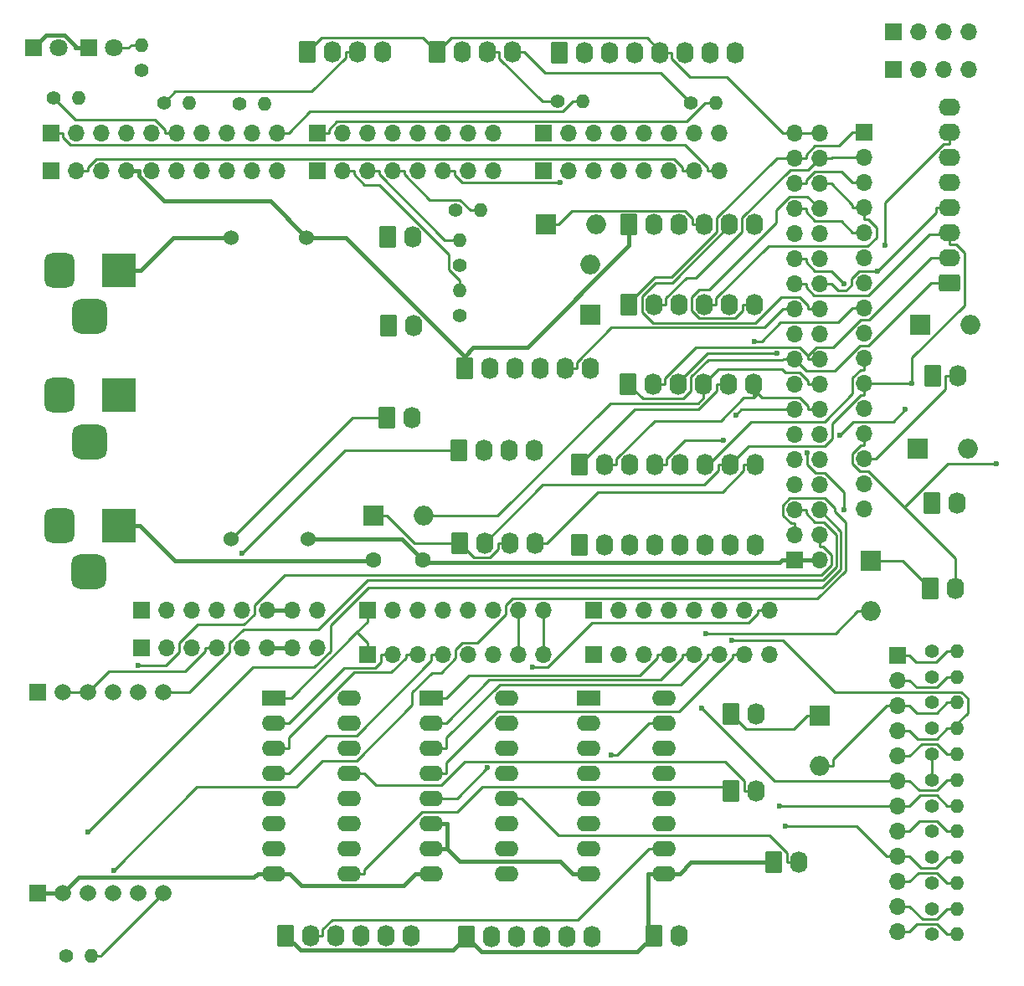
<source format=gbr>
%TF.GenerationSoftware,KiCad,Pcbnew,8.0.2-1*%
%TF.CreationDate,2024-08-19T19:44:12+10:00*%
%TF.ProjectId,Forward Console Combined Input and Output,466f7277-6172-4642-9043-6f6e736f6c65,rev?*%
%TF.SameCoordinates,Original*%
%TF.FileFunction,Copper,L1,Top*%
%TF.FilePolarity,Positive*%
%FSLAX46Y46*%
G04 Gerber Fmt 4.6, Leading zero omitted, Abs format (unit mm)*
G04 Created by KiCad (PCBNEW 8.0.2-1) date 2024-08-19 19:44:12*
%MOMM*%
%LPD*%
G01*
G04 APERTURE LIST*
G04 Aperture macros list*
%AMRoundRect*
0 Rectangle with rounded corners*
0 $1 Rounding radius*
0 $2 $3 $4 $5 $6 $7 $8 $9 X,Y pos of 4 corners*
0 Add a 4 corners polygon primitive as box body*
4,1,4,$2,$3,$4,$5,$6,$7,$8,$9,$2,$3,0*
0 Add four circle primitives for the rounded corners*
1,1,$1+$1,$2,$3*
1,1,$1+$1,$4,$5*
1,1,$1+$1,$6,$7*
1,1,$1+$1,$8,$9*
0 Add four rect primitives between the rounded corners*
20,1,$1+$1,$2,$3,$4,$5,0*
20,1,$1+$1,$4,$5,$6,$7,0*
20,1,$1+$1,$6,$7,$8,$9,0*
20,1,$1+$1,$8,$9,$2,$3,0*%
G04 Aperture macros list end*
%TA.AperFunction,ComponentPad*%
%ADD10R,2.000000X2.000000*%
%TD*%
%TA.AperFunction,ComponentPad*%
%ADD11O,2.000000X2.000000*%
%TD*%
%TA.AperFunction,ComponentPad*%
%ADD12RoundRect,0.250000X-0.620000X-0.845000X0.620000X-0.845000X0.620000X0.845000X-0.620000X0.845000X0*%
%TD*%
%TA.AperFunction,ComponentPad*%
%ADD13O,1.740000X2.190000*%
%TD*%
%TA.AperFunction,ComponentPad*%
%ADD14R,1.700000X1.700000*%
%TD*%
%TA.AperFunction,ComponentPad*%
%ADD15O,1.700000X1.700000*%
%TD*%
%TA.AperFunction,ComponentPad*%
%ADD16C,1.400000*%
%TD*%
%TA.AperFunction,ComponentPad*%
%ADD17O,1.400000X1.400000*%
%TD*%
%TA.AperFunction,ComponentPad*%
%ADD18R,2.400000X1.600000*%
%TD*%
%TA.AperFunction,ComponentPad*%
%ADD19O,2.400000X1.600000*%
%TD*%
%TA.AperFunction,ComponentPad*%
%ADD20R,3.500000X3.500000*%
%TD*%
%TA.AperFunction,ComponentPad*%
%ADD21RoundRect,0.750000X-0.750000X-1.000000X0.750000X-1.000000X0.750000X1.000000X-0.750000X1.000000X0*%
%TD*%
%TA.AperFunction,ComponentPad*%
%ADD22RoundRect,0.875000X-0.875000X-0.875000X0.875000X-0.875000X0.875000X0.875000X-0.875000X0.875000X0*%
%TD*%
%TA.AperFunction,ComponentPad*%
%ADD23RoundRect,0.250000X0.845000X-0.620000X0.845000X0.620000X-0.845000X0.620000X-0.845000X-0.620000X0*%
%TD*%
%TA.AperFunction,ComponentPad*%
%ADD24O,2.190000X1.740000*%
%TD*%
%TA.AperFunction,ComponentPad*%
%ADD25C,1.524000*%
%TD*%
%TA.AperFunction,ComponentPad*%
%ADD26R,1.800000X1.800000*%
%TD*%
%TA.AperFunction,ComponentPad*%
%ADD27C,1.800000*%
%TD*%
%TA.AperFunction,ComponentPad*%
%ADD28R,1.665000X1.665000*%
%TD*%
%TA.AperFunction,ComponentPad*%
%ADD29C,1.665000*%
%TD*%
%TA.AperFunction,ComponentPad*%
%ADD30C,1.600000*%
%TD*%
%TA.AperFunction,ViaPad*%
%ADD31C,0.600000*%
%TD*%
%TA.AperFunction,Conductor*%
%ADD32C,0.250000*%
%TD*%
%TA.AperFunction,Conductor*%
%ADD33C,0.400000*%
%TD*%
G04 APERTURE END LIST*
D10*
%TO.P,D28,1,K*%
%TO.N,Net-(D28-K)*%
X168810000Y-58400000D03*
D11*
%TO.P,D28,2,A*%
%TO.N,D41*%
X173890000Y-58400000D03*
%TD*%
D10*
%TO.P,D25,1,K*%
%TO.N,Net-(D25-K)*%
X173300000Y-67590000D03*
D11*
%TO.P,D25,2,A*%
%TO.N,D41*%
X173300000Y-62510000D03*
%TD*%
D12*
%TO.P,J55,1,Pin_1*%
%TO.N,GND*%
X160600000Y-73000000D03*
D13*
%TO.P,J55,2,Pin_2*%
%TO.N,D3*%
X163140000Y-73000000D03*
%TO.P,J55,3,Pin_3*%
%TO.N,D2*%
X165680000Y-73000000D03*
%TO.P,J55,4,Pin_4*%
%TO.N,Net-(D25-K)*%
X168220000Y-73000000D03*
%TO.P,J55,5,Pin_5*%
%TO.N,D34*%
X170760000Y-73000000D03*
%TO.P,J55,6,Pin_6*%
%TO.N,unconnected-(J55-Pin_6-Pad6)*%
X173300000Y-73000000D03*
%TD*%
D14*
%TO.P,J45,1,Pin_1*%
%TO.N,GND*%
X193980000Y-92380000D03*
D15*
%TO.P,J45,2,Pin_2*%
X196520000Y-92380000D03*
%TO.P,J45,3,Pin_3*%
%TO.N,SCLK*%
X193980000Y-89840000D03*
%TO.P,J45,4,Pin_4*%
%TO.N,ES1_RST*%
X196520000Y-89840000D03*
%TO.P,J45,5,Pin_5*%
%TO.N,MISO*%
X193980000Y-87300000D03*
%TO.P,J45,6,Pin_6*%
%TO.N,MOSI*%
X196520000Y-87300000D03*
%TO.P,J45,7,Pin_7*%
%TO.N,D48*%
X193980000Y-84760000D03*
%TO.P,J45,8,Pin_8*%
%TO.N,D49*%
X196520000Y-84760000D03*
%TO.P,J45,9,Pin_9*%
%TO.N,D46*%
X193980000Y-82220000D03*
%TO.P,J45,10,Pin_10*%
%TO.N,D47*%
X196520000Y-82220000D03*
%TO.P,J45,11,Pin_11*%
%TO.N,D44*%
X193980000Y-79680000D03*
%TO.P,J45,12,Pin_12*%
%TO.N,D45*%
X196520000Y-79680000D03*
%TO.P,J45,13,Pin_13*%
%TO.N,D42*%
X193980000Y-77140000D03*
%TO.P,J45,14,Pin_14*%
%TO.N,D43*%
X196520000Y-77140000D03*
%TO.P,J45,15,Pin_15*%
%TO.N,D40*%
X193980000Y-74600000D03*
%TO.P,J45,16,Pin_16*%
%TO.N,D41*%
X196520000Y-74600000D03*
%TO.P,J45,17,Pin_17*%
%TO.N,D38*%
X193980000Y-72060000D03*
%TO.P,J45,18,Pin_18*%
%TO.N,D39*%
X196520000Y-72060000D03*
%TO.P,J45,19,Pin_19*%
%TO.N,D36*%
X193980000Y-69520000D03*
%TO.P,J45,20,Pin_20*%
%TO.N,D37*%
X196520000Y-69520000D03*
%TO.P,J45,21,Pin_21*%
%TO.N,D34*%
X193980000Y-66980000D03*
%TO.P,J45,22,Pin_22*%
%TO.N,D35*%
X196520000Y-66980000D03*
%TO.P,J45,23,Pin_23*%
%TO.N,D32*%
X193980000Y-64440000D03*
%TO.P,J45,24,Pin_24*%
%TO.N,D33*%
X196520000Y-64440000D03*
%TO.P,J45,25,Pin_25*%
%TO.N,D30*%
X193980000Y-61900000D03*
%TO.P,J45,26,Pin_26*%
%TO.N,D31*%
X196520000Y-61900000D03*
%TO.P,J45,27,Pin_27*%
%TO.N,D28*%
X193980000Y-59360000D03*
%TO.P,J45,28,Pin_28*%
%TO.N,D29*%
X196520000Y-59360000D03*
%TO.P,J45,29,Pin_29*%
%TO.N,D26*%
X193980000Y-56820000D03*
%TO.P,J45,30,Pin_30*%
%TO.N,D27*%
X196520000Y-56820000D03*
%TO.P,J45,31,Pin_31*%
%TO.N,D24*%
X193980000Y-54280000D03*
%TO.P,J45,32,Pin_32*%
%TO.N,D25*%
X196520000Y-54280000D03*
%TO.P,J45,33,Pin_33*%
%TO.N,D22*%
X193980000Y-51740000D03*
%TO.P,J45,34,Pin_34*%
%TO.N,D23*%
X196520000Y-51740000D03*
%TO.P,J45,35,Pin_35*%
%TO.N,+5V*%
X193980000Y-49200000D03*
%TO.P,J45,36,Pin_36*%
X196520000Y-49200000D03*
%TD*%
D14*
%TO.P,J42,1,Pin_1*%
%TO.N,unconnected-(J42-Pin_1-Pad1)*%
X127940000Y-97460000D03*
D15*
%TO.P,J42,2,Pin_2*%
%TO.N,/IOREF*%
X130480000Y-97460000D03*
%TO.P,J42,3,Pin_3*%
%TO.N,/~{RESET}*%
X133020000Y-97460000D03*
%TO.P,J42,4,Pin_4*%
%TO.N,+3V3*%
X135560000Y-97460000D03*
%TO.P,J42,5,Pin_5*%
%TO.N,+5V*%
X138100000Y-97460000D03*
%TO.P,J42,6,Pin_6*%
%TO.N,GND*%
X140640000Y-97460000D03*
%TO.P,J42,7,Pin_7*%
X143180000Y-97460000D03*
%TO.P,J42,8,Pin_8*%
%TO.N,VCC*%
X145720000Y-97460000D03*
%TD*%
D14*
%TO.P,J43,1,Pin_1*%
%TO.N,A0 D54*%
X150800000Y-97460000D03*
D15*
%TO.P,J43,2,Pin_2*%
%TO.N,A1 D55*%
X153340000Y-97460000D03*
%TO.P,J43,3,Pin_3*%
%TO.N,A2 D56*%
X155880000Y-97460000D03*
%TO.P,J43,4,Pin_4*%
%TO.N,A3 D57*%
X158420000Y-97460000D03*
%TO.P,J43,5,Pin_5*%
%TO.N,A4 D58*%
X160960000Y-97460000D03*
%TO.P,J43,6,Pin_6*%
%TO.N,A5 D59*%
X163500000Y-97460000D03*
%TO.P,J43,7,Pin_7*%
%TO.N,A6 D60*%
X166040000Y-97460000D03*
%TO.P,J43,8,Pin_8*%
%TO.N,A7 D61*%
X168580000Y-97460000D03*
%TD*%
D14*
%TO.P,J44,1,Pin_1*%
%TO.N,A8 D62*%
X173660000Y-97460000D03*
D15*
%TO.P,J44,2,Pin_2*%
%TO.N,A9 D63*%
X176200000Y-97460000D03*
%TO.P,J44,3,Pin_3*%
%TO.N,A10 D64*%
X178740000Y-97460000D03*
%TO.P,J44,4,Pin_4*%
%TO.N,A11 D65*%
X181280000Y-97460000D03*
%TO.P,J44,5,Pin_5*%
%TO.N,A12 D66*%
X183820000Y-97460000D03*
%TO.P,J44,6,Pin_6*%
%TO.N,A13 D67*%
X186360000Y-97460000D03*
%TO.P,J44,7,Pin_7*%
%TO.N,A14 D68*%
X188900000Y-97460000D03*
%TO.P,J44,8,Pin_8*%
%TO.N,A15 D69*%
X191440000Y-97460000D03*
%TD*%
D14*
%TO.P,J46,1,Pin_1*%
%TO.N,D21 SCL*%
X118796000Y-49200000D03*
D15*
%TO.P,J46,2,Pin_2*%
%TO.N,D20 SDA*%
X121336000Y-49200000D03*
%TO.P,J46,3,Pin_3*%
%TO.N,/AREF*%
X123876000Y-49200000D03*
%TO.P,J46,4,Pin_4*%
%TO.N,GND*%
X126416000Y-49200000D03*
%TO.P,J46,5,Pin_5*%
%TO.N,/\u002A13*%
X128956000Y-49200000D03*
%TO.P,J46,6,Pin_6*%
%TO.N,/\u002A12*%
X131496000Y-49200000D03*
%TO.P,J46,7,Pin_7*%
%TO.N,D11*%
X134036000Y-49200000D03*
%TO.P,J46,8,Pin_8*%
%TO.N,SS*%
X136576000Y-49200000D03*
%TO.P,J46,9,Pin_9*%
%TO.N,D9*%
X139116000Y-49200000D03*
%TO.P,J46,10,Pin_10*%
%TO.N,D8*%
X141656000Y-49200000D03*
%TD*%
D14*
%TO.P,J47,1,Pin_1*%
%TO.N,D7*%
X145720000Y-49200000D03*
D15*
%TO.P,J47,2,Pin_2*%
%TO.N,D6*%
X148260000Y-49200000D03*
%TO.P,J47,3,Pin_3*%
%TO.N,D5*%
X150800000Y-49200000D03*
%TO.P,J47,4,Pin_4*%
%TO.N,D4*%
X153340000Y-49200000D03*
%TO.P,J47,5,Pin_5*%
%TO.N,D3*%
X155880000Y-49200000D03*
%TO.P,J47,6,Pin_6*%
%TO.N,D2*%
X158420000Y-49200000D03*
%TO.P,J47,7,Pin_7*%
%TO.N,D1*%
X160960000Y-49200000D03*
%TO.P,J47,8,Pin_8*%
%TO.N,D0*%
X163500000Y-49200000D03*
%TD*%
D14*
%TO.P,J48,1,Pin_1*%
%TO.N,D14*%
X168580000Y-49200000D03*
D15*
%TO.P,J48,2,Pin_2*%
%TO.N,D15*%
X171120000Y-49200000D03*
%TO.P,J48,3,Pin_3*%
%TO.N,D16*%
X173660000Y-49200000D03*
%TO.P,J48,4,Pin_4*%
%TO.N,D17*%
X176200000Y-49200000D03*
%TO.P,J48,5,Pin_5*%
%TO.N,D18*%
X178740000Y-49200000D03*
%TO.P,J48,6,Pin_6*%
%TO.N,D19*%
X181280000Y-49200000D03*
%TO.P,J48,7,Pin_7*%
%TO.N,D20 SDA*%
X183820000Y-49200000D03*
%TO.P,J48,8,Pin_8*%
%TO.N,D21 SCL*%
X186360000Y-49200000D03*
%TD*%
D12*
%TO.P,J13,1,Pin_1*%
%TO.N,D42*%
X172260000Y-82700000D03*
D13*
%TO.P,J13,2,Pin_2*%
%TO.N,D43*%
X174800000Y-82700000D03*
%TO.P,J13,3,Pin_3*%
%TO.N,D28*%
X177340000Y-82700000D03*
%TO.P,J13,4,Pin_4*%
%TO.N,D29*%
X179880000Y-82700000D03*
%TO.P,J13,5,Pin_5*%
%TO.N,D30*%
X182420000Y-82700000D03*
%TO.P,J13,6,Pin_6*%
%TO.N,D31*%
X184960000Y-82700000D03*
%TO.P,J13,7,Pin_7*%
%TO.N,D32*%
X187500000Y-82700000D03*
%TO.P,J13,8,Pin_8*%
%TO.N,D33*%
X190040000Y-82700000D03*
%TD*%
D12*
%TO.P,J57,1,Pin_1*%
%TO.N,+5V*%
X157860000Y-41000000D03*
D13*
%TO.P,J57,2,Pin_2*%
%TO.N,unconnected-(J57-Pin_2-Pad2)*%
X160400000Y-41000000D03*
%TO.P,J57,3,Pin_3*%
%TO.N,Net-(J57-Pin_3)*%
X162940000Y-41000000D03*
%TO.P,J57,4,Pin_4*%
%TO.N,Net-(J57-Pin_4)*%
X165480000Y-41000000D03*
%TD*%
D16*
%TO.P,R4,1*%
%TO.N,/\u002A12*%
X119100000Y-45644000D03*
D17*
%TO.P,R4,2*%
%TO.N,Net-(D2-A)*%
X121640000Y-45644000D03*
%TD*%
D16*
%TO.P,R16,1*%
%TO.N,+5V*%
X207900000Y-101590000D03*
D17*
%TO.P,R16,2*%
%TO.N,D38*%
X210440000Y-101590000D03*
%TD*%
D18*
%TO.P,U2,1,I1*%
%TO.N,A4 D58*%
X173180000Y-106310000D03*
D19*
%TO.P,U2,2,I2*%
%TO.N,A5 D59*%
X173180000Y-108850000D03*
%TO.P,U2,3,I3*%
%TO.N,A6 D60*%
X173180000Y-111390000D03*
%TO.P,U2,4,I4*%
%TO.N,A7 D61*%
X173180000Y-113930000D03*
%TO.P,U2,5,I5*%
%TO.N,A8 D62*%
X173180000Y-116470000D03*
%TO.P,U2,6,I6*%
%TO.N,A9 D63*%
X173180000Y-119010000D03*
%TO.P,U2,7,I7*%
%TO.N,A10 D64*%
X173180000Y-121550000D03*
%TO.P,U2,8,GND*%
%TO.N,GND*%
X173180000Y-124090000D03*
%TO.P,U2,9,COM*%
%TO.N,+12V*%
X180800000Y-124090000D03*
%TO.P,U2,10,O7*%
%TO.N,/COIL AND LAMP DRIVERS/TISL*%
X180800000Y-121550000D03*
%TO.P,U2,11,O6*%
%TO.N,/COIL AND LAMP DRIVERS/EGI*%
X180800000Y-119010000D03*
%TO.P,U2,12,O5*%
%TO.N,/COIL AND LAMP DRIVERS/HARS*%
X180800000Y-116470000D03*
%TO.P,U2,13,O4*%
%TO.N,/COIL AND LAMP DRIVERS/MISSLE LAUNCH*%
X180800000Y-113930000D03*
%TO.P,U2,14,O3*%
%TO.N,/COIL AND LAMP DRIVERS/SEP*%
X180800000Y-111390000D03*
%TO.P,U2,15,O2*%
%TO.N,/COIL AND LAMP DRIVERS/PRI*%
X180800000Y-108850000D03*
%TO.P,U2,16,O1*%
%TO.N,/COIL AND LAMP DRIVERS/CAUTION_LAMP-*%
X180800000Y-106310000D03*
%TD*%
D12*
%TO.P,J3,1,Pin_1*%
%TO.N,+24V*%
X187580000Y-115720000D03*
D13*
%TO.P,J3,2,Pin_2*%
%TO.N,/COIL AND LAMP DRIVERS/B_GEAR HANDLE*%
X190120000Y-115720000D03*
%TD*%
D16*
%TO.P,R32,1*%
%TO.N,Net-(J58-Pin_4)*%
X137850000Y-46200000D03*
D17*
%TO.P,R32,2*%
%TO.N,D9*%
X140390000Y-46200000D03*
%TD*%
D16*
%TO.P,R19,1*%
%TO.N,+5V*%
X207900000Y-109403600D03*
D17*
%TO.P,R19,2*%
%TO.N,D41*%
X210440000Y-109403600D03*
%TD*%
D16*
%TO.P,R5,1*%
%TO.N,+3V3*%
X120325000Y-132385000D03*
D17*
%TO.P,R5,2*%
%TO.N,Net-(U1-INT)*%
X122865000Y-132385000D03*
%TD*%
D12*
%TO.P,J51,1,Pin_1*%
%TO.N,+12V*%
X160830000Y-130500000D03*
D13*
%TO.P,J51,2,Pin_2*%
%TO.N,/COIL AND LAMP DRIVERS/PRI*%
X163370000Y-130500000D03*
%TO.P,J51,3,Pin_3*%
%TO.N,/COIL AND LAMP DRIVERS/SEP*%
X165910000Y-130500000D03*
%TO.P,J51,4,Pin_4*%
%TO.N,/COIL AND LAMP DRIVERS/MISSLE LAUNCH*%
X168450000Y-130500000D03*
%TO.P,J51,5,Pin_5*%
%TO.N,/COIL AND LAMP DRIVERS/HARS*%
X170990000Y-130500000D03*
%TO.P,J51,6,Pin_6*%
%TO.N,/COIL AND LAMP DRIVERS/EGI*%
X173530000Y-130500000D03*
%TD*%
D14*
%TO.P,J33,1,Pin_1*%
%TO.N,A8 D62*%
X173660000Y-101905000D03*
D15*
%TO.P,J33,2,Pin_2*%
%TO.N,A9 D63*%
X176200000Y-101905000D03*
%TO.P,J33,3,Pin_3*%
%TO.N,A10 D64*%
X178740000Y-101905000D03*
%TO.P,J33,4,Pin_4*%
%TO.N,A11 D65*%
X181280000Y-101905000D03*
%TO.P,J33,5,Pin_5*%
%TO.N,A12 D66*%
X183820000Y-101905000D03*
%TO.P,J33,6,Pin_6*%
%TO.N,A13 D67*%
X186360000Y-101905000D03*
%TO.P,J33,7,Pin_7*%
%TO.N,A14 D68*%
X188900000Y-101905000D03*
%TO.P,J33,8,Pin_8*%
%TO.N,A15 D69*%
X191440000Y-101905000D03*
%TD*%
D10*
%TO.P,D24,1,K*%
%TO.N,Net-(D24-K)*%
X206660000Y-68600000D03*
D11*
%TO.P,D24,2,A*%
%TO.N,D40*%
X211740000Y-68600000D03*
%TD*%
D12*
%TO.P,J56,1,Pin_1*%
%TO.N,+5V*%
X160010000Y-81300000D03*
D13*
%TO.P,J56,2,Pin_2*%
%TO.N,Net-(J56-Pin_2)*%
X162550000Y-81300000D03*
%TO.P,J56,3,Pin_3*%
%TO.N,Net-(J56-Pin_3)*%
X165090000Y-81300000D03*
%TO.P,J56,4,Pin_4*%
%TO.N,Net-(J56-Pin_4)*%
X167630000Y-81300000D03*
%TD*%
D14*
%TO.P,J2,1,Pin_1*%
%TO.N,D38*%
X204450000Y-102000000D03*
D15*
%TO.P,J2,2,Pin_2*%
%TO.N,D39*%
X204450000Y-104540000D03*
%TO.P,J2,3,Pin_3*%
%TO.N,D40*%
X204450000Y-107080000D03*
%TO.P,J2,4,Pin_4*%
%TO.N,D41*%
X204450000Y-109620000D03*
%TO.P,J2,5,Pin_5*%
%TO.N,D42*%
X204450000Y-112160000D03*
%TO.P,J2,6,Pin_6*%
%TO.N,D43*%
X204450000Y-114700000D03*
%TO.P,J2,7,Pin_7*%
%TO.N,D44*%
X204450000Y-117240000D03*
%TO.P,J2,8,Pin_8*%
%TO.N,D45*%
X204450000Y-119780000D03*
%TO.P,J2,9,Pin_9*%
%TO.N,D46*%
X204450000Y-122320000D03*
%TO.P,J2,10,Pin_10*%
%TO.N,D47*%
X204450000Y-124860000D03*
%TO.P,J2,11,Pin_11*%
%TO.N,D48*%
X204450000Y-127400000D03*
%TO.P,J2,12,Pin_12*%
%TO.N,D49*%
X204450000Y-129940000D03*
%TD*%
D10*
%TO.P,D8,1,K*%
%TO.N,Net-(D8-K)*%
X206410000Y-81100000D03*
D11*
%TO.P,D8,2,A*%
%TO.N,D40*%
X211490000Y-81100000D03*
%TD*%
D10*
%TO.P,D22,1,K*%
%TO.N,Net-(D22-K)*%
X196550000Y-108100000D03*
D11*
%TO.P,D22,2,A*%
%TO.N,D40*%
X196550000Y-113180000D03*
%TD*%
D12*
%TO.P,J53,1,Pin_1*%
%TO.N,+12V*%
X191880000Y-122970000D03*
D13*
%TO.P,J53,2,Pin_2*%
%TO.N,/COIL AND LAMP DRIVERS/COIL_ANTI_SKID*%
X194420000Y-122970000D03*
%TD*%
D12*
%TO.P,J5,1,Pin_1*%
%TO.N,D38*%
X177160000Y-74550000D03*
D13*
%TO.P,J5,2,Pin_2*%
%TO.N,D39*%
X179700000Y-74550000D03*
%TO.P,J5,3,Pin_3*%
%TO.N,D40*%
X182240000Y-74550000D03*
%TO.P,J5,4,Pin_4*%
%TO.N,D41*%
X184780000Y-74550000D03*
%TO.P,J5,5,Pin_5*%
%TO.N,D42*%
X187320000Y-74550000D03*
%TO.P,J5,6,Pin_6*%
%TO.N,D43*%
X189860000Y-74550000D03*
%TD*%
D20*
%TO.P,J54,1,Pin_1*%
%TO.N,+12V*%
X125700000Y-75700000D03*
D21*
%TO.P,J54,2,Pin_2*%
%TO.N,GND*%
X119700000Y-75700000D03*
D22*
%TO.P,J54,3*%
%TO.N,N/C*%
X122700000Y-80400000D03*
%TD*%
D14*
%TO.P,J41,1,Pin_1*%
%TO.N,unconnected-(J41-Pin_1-Pad1)*%
X127940000Y-101270000D03*
D15*
%TO.P,J41,2,Pin_2*%
%TO.N,/IOREF*%
X130480000Y-101270000D03*
%TO.P,J41,3,Pin_3*%
%TO.N,/~{RESET}*%
X133020000Y-101270000D03*
%TO.P,J41,4,Pin_4*%
%TO.N,+3V3*%
X135560000Y-101270000D03*
%TO.P,J41,5,Pin_5*%
%TO.N,+5V*%
X138100000Y-101270000D03*
%TO.P,J41,6,Pin_6*%
%TO.N,GND*%
X140640000Y-101270000D03*
%TO.P,J41,7,Pin_7*%
X143180000Y-101270000D03*
%TO.P,J41,8,Pin_8*%
%TO.N,VCC*%
X145720000Y-101270000D03*
%TD*%
D12*
%TO.P,J63,1,Pin_1*%
%TO.N,+24V*%
X152840000Y-59720000D03*
D13*
%TO.P,J63,2,Pin_2*%
%TO.N,/COIL AND LAMP DRIVERS/B_LEFT_FIRE*%
X155380000Y-59720000D03*
%TD*%
D12*
%TO.P,J23,1,Pin_1*%
%TO.N,Net-(D22-K)*%
X187580000Y-107970000D03*
D13*
%TO.P,J23,2,Pin_2*%
%TO.N,D33*%
X190120000Y-107970000D03*
%TD*%
D16*
%TO.P,R1,1*%
%TO.N,Net-(J56-Pin_2)*%
X160150000Y-67620000D03*
D17*
%TO.P,R1,2*%
%TO.N,D6*%
X160150000Y-65080000D03*
%TD*%
D12*
%TO.P,J58,1,Pin_1*%
%TO.N,+5V*%
X144690000Y-40970000D03*
D13*
%TO.P,J58,2,Pin_2*%
%TO.N,unconnected-(J58-Pin_2-Pad2)*%
X147230000Y-40970000D03*
%TO.P,J58,3,Pin_3*%
%TO.N,Net-(J58-Pin_3)*%
X149770000Y-40970000D03*
%TO.P,J58,4,Pin_4*%
%TO.N,Net-(J58-Pin_4)*%
X152310000Y-40970000D03*
%TD*%
D14*
%TO.P,J10,1,Pin_1*%
%TO.N,Net-(J10-Pin_1)*%
X204000000Y-42760000D03*
D15*
%TO.P,J10,2,Pin_2*%
%TO.N,Net-(J10-Pin_2)*%
X206540000Y-42760000D03*
%TO.P,J10,3,Pin_3*%
%TO.N,Net-(J10-Pin_3)*%
X209080000Y-42760000D03*
%TO.P,J10,4,Pin_4*%
%TO.N,Net-(J10-Pin_4)*%
X211620000Y-42760000D03*
%TD*%
D16*
%TO.P,R18,1*%
%TO.N,+5V*%
X207900000Y-106799100D03*
D17*
%TO.P,R18,2*%
%TO.N,D40*%
X210440000Y-106799100D03*
%TD*%
D16*
%TO.P,R30,1*%
%TO.N,Net-(J57-Pin_4)*%
X183460000Y-46100000D03*
D17*
%TO.P,R30,2*%
%TO.N,D7*%
X186000000Y-46100000D03*
%TD*%
D12*
%TO.P,J28,1,Pin_1*%
%TO.N,Net-(D24-K)*%
X207930000Y-73720000D03*
D13*
%TO.P,J28,2,Pin_2*%
%TO.N,D35*%
X210470000Y-73720000D03*
%TD*%
D16*
%TO.P,R20,1*%
%TO.N,+5V*%
X207900000Y-112008200D03*
D17*
%TO.P,R20,2*%
%TO.N,D42*%
X210440000Y-112008200D03*
%TD*%
D12*
%TO.P,J36,1,Pin_1*%
%TO.N,GND*%
X177260000Y-58450000D03*
D13*
%TO.P,J36,2,Pin_2*%
%TO.N,D19*%
X179800000Y-58450000D03*
%TO.P,J36,3,Pin_3*%
%TO.N,D20 SDA*%
X182340000Y-58450000D03*
%TO.P,J36,4,Pin_4*%
%TO.N,Net-(D28-K)*%
X184880000Y-58450000D03*
%TO.P,J36,5,Pin_5*%
%TO.N,D35*%
X187420000Y-58450000D03*
%TO.P,J36,6,Pin_6*%
%TO.N,unconnected-(J36-Pin_6-Pad6)*%
X189960000Y-58450000D03*
%TD*%
D12*
%TO.P,J17,1,Pin_1*%
%TO.N,Net-(D7-K)*%
X160120000Y-90670000D03*
D13*
%TO.P,J17,2,Pin_2*%
%TO.N,D32*%
X162660000Y-90670000D03*
%TO.P,J17,3,Pin_3*%
%TO.N,Net-(D7-K)*%
X165200000Y-90670000D03*
%TO.P,J17,4,Pin_4*%
%TO.N,D33*%
X167740000Y-90670000D03*
%TD*%
D16*
%TO.P,R21,1*%
%TO.N,+5V*%
X207900000Y-114612700D03*
D17*
%TO.P,R21,2*%
%TO.N,D43*%
X210440000Y-114612700D03*
%TD*%
D12*
%TO.P,J62,1,Pin_1*%
%TO.N,+24V*%
X152780000Y-77970000D03*
D13*
%TO.P,J62,2,Pin_2*%
%TO.N,/COIL AND LAMP DRIVERS/B_RIGHT_FIRE*%
X155320000Y-77970000D03*
%TD*%
D12*
%TO.P,J18,1,Pin_1*%
%TO.N,Net-(D8-K)*%
X207880000Y-86570000D03*
D13*
%TO.P,J18,2,Pin_2*%
%TO.N,D32*%
X210420000Y-86570000D03*
%TD*%
D16*
%TO.P,R27,1*%
%TO.N,+5V*%
X207900000Y-130240000D03*
D17*
%TO.P,R27,2*%
%TO.N,D49*%
X210440000Y-130240000D03*
%TD*%
D14*
%TO.P,J26,1,Pin_1*%
%TO.N,D14*%
X168580000Y-53010000D03*
D15*
%TO.P,J26,2,Pin_2*%
%TO.N,D15*%
X171120000Y-53010000D03*
%TO.P,J26,3,Pin_3*%
%TO.N,D16*%
X173660000Y-53010000D03*
%TO.P,J26,4,Pin_4*%
%TO.N,D17*%
X176200000Y-53010000D03*
%TO.P,J26,5,Pin_5*%
%TO.N,D18*%
X178740000Y-53010000D03*
%TO.P,J26,6,Pin_6*%
%TO.N,D19*%
X181280000Y-53010000D03*
%TO.P,J26,7,Pin_7*%
%TO.N,D20 SDA*%
X183820000Y-53010000D03*
%TO.P,J26,8,Pin_8*%
%TO.N,D21 SCL*%
X186360000Y-53010000D03*
%TD*%
D16*
%TO.P,R17,1*%
%TO.N,+5V*%
X207900000Y-104194500D03*
D17*
%TO.P,R17,2*%
%TO.N,D39*%
X210440000Y-104194500D03*
%TD*%
D23*
%TO.P,J12,1,Pin_1*%
%TO.N,D38*%
X209700000Y-64340000D03*
D24*
%TO.P,J12,2,Pin_2*%
%TO.N,D39*%
X209700000Y-61800000D03*
%TO.P,J12,3,Pin_3*%
%TO.N,D32*%
X209700000Y-59260000D03*
%TO.P,J12,4,Pin_4*%
%TO.N,D33*%
X209700000Y-56720000D03*
%TO.P,J12,5,Pin_5*%
%TO.N,D34*%
X209700000Y-54180000D03*
%TO.P,J12,6,Pin_6*%
%TO.N,D35*%
X209700000Y-51640000D03*
%TO.P,J12,7,Pin_7*%
%TO.N,D36*%
X209700000Y-49100000D03*
%TO.P,J12,8,Pin_8*%
%TO.N,D37*%
X209700000Y-46560000D03*
%TD*%
D16*
%TO.P,R26,1*%
%TO.N,+5V*%
X207900000Y-127635400D03*
D17*
%TO.P,R26,2*%
%TO.N,D48*%
X210440000Y-127635400D03*
%TD*%
D12*
%TO.P,J21,1,Pin_1*%
%TO.N,D14*%
X170170000Y-41050000D03*
D13*
%TO.P,J21,2,Pin_2*%
%TO.N,D15*%
X172710000Y-41050000D03*
%TO.P,J21,3,Pin_3*%
%TO.N,D16*%
X175250000Y-41050000D03*
%TO.P,J21,4,Pin_4*%
%TO.N,D17*%
X177790000Y-41050000D03*
%TO.P,J21,5,Pin_5*%
%TO.N,+5V*%
X180330000Y-41050000D03*
%TO.P,J21,6,Pin_6*%
%TO.N,D18*%
X182870000Y-41050000D03*
%TO.P,J21,7,Pin_7*%
%TO.N,GND*%
X185410000Y-41050000D03*
%TO.P,J21,8,Pin_8*%
%TO.N,unconnected-(J21-Pin_8-Pad8)*%
X187950000Y-41050000D03*
%TD*%
D16*
%TO.P,R23,1*%
%TO.N,+5V*%
X207900000Y-119821800D03*
D17*
%TO.P,R23,2*%
%TO.N,D45*%
X210440000Y-119821800D03*
%TD*%
D18*
%TO.P,U5,1,I1*%
%TO.N,A0 D54*%
X141330000Y-106310000D03*
D19*
%TO.P,U5,2,I2*%
%TO.N,A1 D55*%
X141330000Y-108850000D03*
%TO.P,U5,3,I3*%
%TO.N,A2 D56*%
X141330000Y-111390000D03*
%TO.P,U5,4,I4*%
%TO.N,A3 D57*%
X141330000Y-113930000D03*
%TO.P,U5,5,I5*%
%TO.N,unconnected-(U5-I5-Pad5)*%
X141330000Y-116470000D03*
%TO.P,U5,6,I6*%
%TO.N,GND*%
X141330000Y-119010000D03*
%TO.P,U5,7,I7*%
X141330000Y-121550000D03*
%TO.P,U5,8,GND*%
X141330000Y-124090000D03*
%TO.P,U5,9,COM*%
%TO.N,+24V*%
X148950000Y-124090000D03*
%TO.P,U5,10,O7*%
%TO.N,unconnected-(U5-O7-Pad10)*%
X148950000Y-121550000D03*
%TO.P,U5,11,O6*%
%TO.N,unconnected-(U5-O6-Pad11)*%
X148950000Y-119010000D03*
%TO.P,U5,12,O5*%
%TO.N,unconnected-(U5-O5-Pad12)*%
X148950000Y-116470000D03*
%TO.P,U5,13,O4*%
%TO.N,/COIL AND LAMP DRIVERS/B_GEAR HANDLE*%
X148950000Y-113930000D03*
%TO.P,U5,14,O3*%
%TO.N,/COIL AND LAMP DRIVERS/B_RIGHT_FIRE*%
X148950000Y-111390000D03*
%TO.P,U5,15,O2*%
%TO.N,/COIL AND LAMP DRIVERS/B_APU_FIRE*%
X148950000Y-108850000D03*
%TO.P,U5,16,O1*%
%TO.N,/COIL AND LAMP DRIVERS/B_LEFT_FIRE*%
X148950000Y-106310000D03*
%TD*%
D12*
%TO.P,J61,1,Pin_1*%
%TO.N,+24V*%
X152930000Y-68670000D03*
D13*
%TO.P,J61,2,Pin_2*%
%TO.N,/COIL AND LAMP DRIVERS/B_APU_FIRE*%
X155470000Y-68670000D03*
%TD*%
D20*
%TO.P,J22,1,Pin_1*%
%TO.N,+12V*%
X125660000Y-88882500D03*
D21*
%TO.P,J22,2,Pin_2*%
%TO.N,GND*%
X119660000Y-88882500D03*
D22*
%TO.P,J22,3*%
%TO.N,N/C*%
X122660000Y-93582500D03*
%TD*%
D14*
%TO.P,J1,1,Pin_1*%
%TO.N,D22*%
X201050000Y-49100000D03*
D15*
%TO.P,J1,2,Pin_2*%
%TO.N,D23*%
X201050000Y-51640000D03*
%TO.P,J1,3,Pin_3*%
%TO.N,D24*%
X201050000Y-54180000D03*
%TO.P,J1,4,Pin_4*%
%TO.N,D25*%
X201050000Y-56720000D03*
%TO.P,J1,5,Pin_5*%
%TO.N,D26*%
X201050000Y-59260000D03*
%TO.P,J1,6,Pin_6*%
%TO.N,D27*%
X201050000Y-61800000D03*
%TO.P,J1,7,Pin_7*%
%TO.N,D28*%
X201050000Y-64340000D03*
%TO.P,J1,8,Pin_8*%
%TO.N,D29*%
X201050000Y-66880000D03*
%TO.P,J1,9,Pin_9*%
%TO.N,D30*%
X201050000Y-69420000D03*
%TO.P,J1,10,Pin_10*%
%TO.N,D31*%
X201050000Y-71960000D03*
%TO.P,J1,11,Pin_11*%
%TO.N,D32*%
X201050000Y-74500000D03*
%TO.P,J1,12,Pin_12*%
%TO.N,D33*%
X201050000Y-77040000D03*
%TO.P,J1,13,Pin_13*%
%TO.N,D34*%
X201050000Y-79580000D03*
%TO.P,J1,14,Pin_14*%
%TO.N,D35*%
X201050000Y-82120000D03*
%TO.P,J1,15,Pin_15*%
%TO.N,D36*%
X201050000Y-84660000D03*
%TO.P,J1,16,Pin_16*%
%TO.N,D37*%
X201050000Y-87200000D03*
%TD*%
D14*
%TO.P,J25,1,Pin_1*%
%TO.N,D7*%
X145720000Y-53010000D03*
D15*
%TO.P,J25,2,Pin_2*%
%TO.N,D6*%
X148260000Y-53010000D03*
%TO.P,J25,3,Pin_3*%
%TO.N,D5*%
X150800000Y-53010000D03*
%TO.P,J25,4,Pin_4*%
%TO.N,D4*%
X153340000Y-53010000D03*
%TO.P,J25,5,Pin_5*%
%TO.N,D3*%
X155880000Y-53010000D03*
%TO.P,J25,6,Pin_6*%
%TO.N,D2*%
X158420000Y-53010000D03*
%TO.P,J25,7,Pin_7*%
%TO.N,D1*%
X160960000Y-53010000D03*
%TO.P,J25,8,Pin_8*%
%TO.N,D0*%
X163500000Y-53010000D03*
%TD*%
D14*
%TO.P,J32,1,Pin_1*%
%TO.N,A0 D54*%
X150800000Y-101905000D03*
D15*
%TO.P,J32,2,Pin_2*%
%TO.N,A1 D55*%
X153340000Y-101905000D03*
%TO.P,J32,3,Pin_3*%
%TO.N,A2 D56*%
X155880000Y-101905000D03*
%TO.P,J32,4,Pin_4*%
%TO.N,A3 D57*%
X158420000Y-101905000D03*
%TO.P,J32,5,Pin_5*%
%TO.N,A4 D58*%
X160960000Y-101905000D03*
%TO.P,J32,6,Pin_6*%
%TO.N,A5 D59*%
X163500000Y-101905000D03*
%TO.P,J32,7,Pin_7*%
%TO.N,A6 D60*%
X166040000Y-101905000D03*
%TO.P,J32,8,Pin_8*%
%TO.N,A7 D61*%
X168580000Y-101905000D03*
%TD*%
D16*
%TO.P,R24,1*%
%TO.N,+5V*%
X207900000Y-122426400D03*
D17*
%TO.P,R24,2*%
%TO.N,D46*%
X210440000Y-122426400D03*
%TD*%
D12*
%TO.P,J7,1,Pin_1*%
%TO.N,D22*%
X177260000Y-66500000D03*
D13*
%TO.P,J7,2,Pin_2*%
%TO.N,D23*%
X179800000Y-66500000D03*
%TO.P,J7,3,Pin_3*%
%TO.N,D24*%
X182340000Y-66500000D03*
%TO.P,J7,4,Pin_4*%
%TO.N,D25*%
X184880000Y-66500000D03*
%TO.P,J7,5,Pin_5*%
%TO.N,D26*%
X187420000Y-66500000D03*
%TO.P,J7,6,Pin_6*%
%TO.N,D27*%
X189960000Y-66500000D03*
%TD*%
D16*
%TO.P,R29,1*%
%TO.N,Net-(J57-Pin_3)*%
X170030000Y-46000000D03*
D17*
%TO.P,R29,2*%
%TO.N,D8*%
X172570000Y-46000000D03*
%TD*%
D16*
%TO.P,R25,1*%
%TO.N,+5V*%
X207900000Y-125030900D03*
D17*
%TO.P,R25,2*%
%TO.N,D47*%
X210440000Y-125030900D03*
%TD*%
D25*
%TO.P,U7,1,VIN*%
%TO.N,+12V*%
X137044000Y-59730000D03*
%TO.P,U7,2,GND*%
%TO.N,GND*%
X144664000Y-59730000D03*
%TO.P,U7,3,GND*%
X144844000Y-90230000D03*
%TO.P,U7,4,24V_OUT*%
%TO.N,+24V*%
X137044000Y-90230000D03*
%TD*%
D18*
%TO.P,U3,1,I1*%
%TO.N,A11 D65*%
X157255000Y-106310000D03*
D19*
%TO.P,U3,2,I2*%
%TO.N,A12 D66*%
X157255000Y-108850000D03*
%TO.P,U3,3,I3*%
%TO.N,A13 D67*%
X157255000Y-111390000D03*
%TO.P,U3,4,I4*%
%TO.N,A14 D68*%
X157255000Y-113930000D03*
%TO.P,U3,5,I5*%
%TO.N,A15 D69*%
X157255000Y-116470000D03*
%TO.P,U3,6,I6*%
%TO.N,GND*%
X157255000Y-119010000D03*
%TO.P,U3,7,I7*%
X157255000Y-121550000D03*
%TO.P,U3,8,GND*%
X157255000Y-124090000D03*
%TO.P,U3,9,COM*%
%TO.N,+12V*%
X164875000Y-124090000D03*
%TO.P,U3,10,O7*%
%TO.N,unconnected-(U3-O7-Pad10)*%
X164875000Y-121550000D03*
%TO.P,U3,11,O6*%
%TO.N,unconnected-(U3-O6-Pad11)*%
X164875000Y-119010000D03*
%TO.P,U3,12,O5*%
%TO.N,/COIL AND LAMP DRIVERS/COIL_ANTI_SKID*%
X164875000Y-116470000D03*
%TO.P,U3,13,O4*%
%TO.N,/COIL AND LAMP DRIVERS/ILS*%
X164875000Y-113930000D03*
%TO.P,U3,14,O3*%
%TO.N,/COIL AND LAMP DRIVERS/TCN*%
X164875000Y-111390000D03*
%TO.P,U3,15,O2*%
%TO.N,/COIL AND LAMP DRIVERS/ANCHR*%
X164875000Y-108850000D03*
%TO.P,U3,16,O1*%
%TO.N,/COIL AND LAMP DRIVERS/STR PT*%
X164875000Y-106310000D03*
%TD*%
D20*
%TO.P,J20,1,Pin_1*%
%TO.N,+12V*%
X125700000Y-63065000D03*
D21*
%TO.P,J20,2,Pin_2*%
%TO.N,GND*%
X119700000Y-63065000D03*
D22*
%TO.P,J20,3*%
%TO.N,N/C*%
X122700000Y-67765000D03*
%TD*%
D26*
%TO.P,D1,1,K*%
%TO.N,GND*%
X122601000Y-40564000D03*
D27*
%TO.P,D1,2,A*%
%TO.N,Net-(D1-A)*%
X125141000Y-40564000D03*
%TD*%
D16*
%TO.P,R31,1*%
%TO.N,Net-(J58-Pin_3)*%
X130250000Y-46100000D03*
D17*
%TO.P,R31,2*%
%TO.N,D11*%
X132790000Y-46100000D03*
%TD*%
D10*
%TO.P,D7,1,K*%
%TO.N,Net-(D7-K)*%
X151450000Y-87900000D03*
D11*
%TO.P,D7,2,A*%
%TO.N,D41*%
X156530000Y-87900000D03*
%TD*%
D14*
%TO.P,J15,1,Pin_1*%
%TO.N,Net-(J10-Pin_1)*%
X204000000Y-38950000D03*
D15*
%TO.P,J15,2,Pin_2*%
%TO.N,Net-(J10-Pin_2)*%
X206540000Y-38950000D03*
%TO.P,J15,3,Pin_3*%
%TO.N,Net-(J10-Pin_3)*%
X209080000Y-38950000D03*
%TO.P,J15,4,Pin_4*%
%TO.N,Net-(J10-Pin_4)*%
X211620000Y-38950000D03*
%TD*%
D16*
%TO.P,R3,1*%
%TO.N,/\u002A13*%
X127940000Y-42800000D03*
D17*
%TO.P,R3,2*%
%TO.N,Net-(D1-A)*%
X127940000Y-40260000D03*
%TD*%
D16*
%TO.P,R2,1*%
%TO.N,Net-(J56-Pin_3)*%
X160100000Y-62520000D03*
D17*
%TO.P,R2,2*%
%TO.N,D5*%
X160100000Y-59980000D03*
%TD*%
D10*
%TO.P,D23,1,K*%
%TO.N,Net-(D23-K)*%
X201700000Y-92470000D03*
D11*
%TO.P,D23,2,A*%
%TO.N,D40*%
X201700000Y-97550000D03*
%TD*%
D16*
%TO.P,R28,1*%
%TO.N,Net-(J56-Pin_4)*%
X159680000Y-56950000D03*
D17*
%TO.P,R28,2*%
%TO.N,D4*%
X162220000Y-56950000D03*
%TD*%
D28*
%TO.P,U1,A1,GND_1*%
%TO.N,GND*%
X117495000Y-126035000D03*
D29*
%TO.P,U1,A2,GND_2*%
X120035000Y-126035000D03*
%TO.P,U1,A3,MOSI*%
%TO.N,MOSI*%
X122575000Y-126035000D03*
%TO.P,U1,A4,SCLK*%
%TO.N,SCLK*%
X125115000Y-126035000D03*
%TO.P,U1,A5,CS*%
%TO.N,SS*%
X127655000Y-126035000D03*
%TO.P,U1,A6,INT*%
%TO.N,Net-(U1-INT)*%
X130195000Y-126035000D03*
D28*
%TO.P,U1,B1,GND_3*%
%TO.N,GND*%
X117495000Y-105715000D03*
D29*
%TO.P,U1,B2,3V3_1*%
%TO.N,+3V3*%
X120035000Y-105715000D03*
%TO.P,U1,B3,3V3_2*%
X122575000Y-105715000D03*
%TO.P,U1,B4,NC*%
%TO.N,unconnected-(U1-NC-PadB4)*%
X125115000Y-105715000D03*
%TO.P,U1,B5,RST*%
%TO.N,ES1_RST*%
X127655000Y-105715000D03*
%TO.P,U1,B6,MISO*%
%TO.N,MISO*%
X130195000Y-105715000D03*
%TD*%
D14*
%TO.P,J24,1,Pin_1*%
%TO.N,D21 SCL*%
X118796000Y-52985000D03*
D15*
%TO.P,J24,2,Pin_2*%
%TO.N,D20 SDA*%
X121336000Y-52985000D03*
%TO.P,J24,3,Pin_3*%
%TO.N,/AREF*%
X123876000Y-52985000D03*
%TO.P,J24,4,Pin_4*%
%TO.N,GND*%
X126416000Y-52985000D03*
%TO.P,J24,5,Pin_5*%
%TO.N,/\u002A13*%
X128956000Y-52985000D03*
%TO.P,J24,6,Pin_6*%
%TO.N,/\u002A12*%
X131496000Y-52985000D03*
%TO.P,J24,7,Pin_7*%
%TO.N,D11*%
X134036000Y-52985000D03*
%TO.P,J24,8,Pin_8*%
%TO.N,SS*%
X136576000Y-52985000D03*
%TO.P,J24,9,Pin_9*%
%TO.N,D9*%
X139116000Y-52985000D03*
%TO.P,J24,10,Pin_10*%
%TO.N,D8*%
X141656000Y-52985000D03*
%TD*%
D12*
%TO.P,J4,1,Pin_1*%
%TO.N,D38*%
X172260000Y-90800000D03*
D13*
%TO.P,J4,2,Pin_2*%
%TO.N,D39*%
X174800000Y-90800000D03*
%TO.P,J4,3,Pin_3*%
%TO.N,D40*%
X177340000Y-90800000D03*
%TO.P,J4,4,Pin_4*%
%TO.N,D41*%
X179880000Y-90800000D03*
%TO.P,J4,5,Pin_5*%
%TO.N,D28*%
X182420000Y-90800000D03*
%TO.P,J4,6,Pin_6*%
%TO.N,D29*%
X184960000Y-90800000D03*
%TO.P,J4,7,Pin_7*%
%TO.N,D30*%
X187500000Y-90800000D03*
%TO.P,J4,8,Pin_8*%
%TO.N,D31*%
X190040000Y-90800000D03*
%TD*%
D12*
%TO.P,J49,1,Pin_1*%
%TO.N,+12V*%
X179760000Y-130350000D03*
D13*
%TO.P,J49,2,Pin_2*%
%TO.N,/COIL AND LAMP DRIVERS/CAUTION_LAMP-*%
X182300000Y-130350000D03*
%TD*%
D16*
%TO.P,R22,1*%
%TO.N,+5V*%
X207900000Y-117217300D03*
D17*
%TO.P,R22,2*%
%TO.N,D44*%
X210440000Y-117217300D03*
%TD*%
D26*
%TO.P,D2,1,K*%
%TO.N,GND*%
X117013000Y-40564000D03*
D27*
%TO.P,D2,2,A*%
%TO.N,Net-(D2-A)*%
X119553000Y-40564000D03*
%TD*%
D12*
%TO.P,J52,1,Pin_1*%
%TO.N,+12V*%
X142530000Y-130350000D03*
D13*
%TO.P,J52,2,Pin_2*%
%TO.N,/COIL AND LAMP DRIVERS/TISL*%
X145070000Y-130350000D03*
%TO.P,J52,3,Pin_3*%
%TO.N,/COIL AND LAMP DRIVERS/STR PT*%
X147610000Y-130350000D03*
%TO.P,J52,4,Pin_4*%
%TO.N,/COIL AND LAMP DRIVERS/ANCHR*%
X150150000Y-130350000D03*
%TO.P,J52,5,Pin_5*%
%TO.N,/COIL AND LAMP DRIVERS/TCN*%
X152690000Y-130350000D03*
%TO.P,J52,6,Pin_6*%
%TO.N,/COIL AND LAMP DRIVERS/ILS*%
X155230000Y-130350000D03*
%TD*%
D30*
%TO.P,C2,1*%
%TO.N,+12V*%
X151435000Y-92380000D03*
%TO.P,C2,2*%
%TO.N,GND*%
X156435000Y-92380000D03*
%TD*%
D12*
%TO.P,J27,1,Pin_1*%
%TO.N,Net-(D23-K)*%
X207730000Y-95270000D03*
D13*
%TO.P,J27,2,Pin_2*%
%TO.N,D34*%
X210270000Y-95270000D03*
%TD*%
D31*
%TO.N,D41*%
X187630000Y-100486000D03*
%TO.N,D32*%
X205853200Y-74500000D03*
%TO.N,D44*%
X192441700Y-117240000D03*
%TO.N,D34*%
X214439100Y-82656000D03*
%TO.N,D40*%
X184995200Y-99792000D03*
X192258900Y-71462700D03*
%TO.N,D37*%
X198534700Y-79753300D03*
X205211500Y-77107100D03*
%TO.N,D42*%
X188026800Y-77695600D03*
X195270200Y-81552800D03*
X198975300Y-87317800D03*
%TO.N,D46*%
X193076900Y-119268400D03*
%TO.N,D33*%
X202381500Y-63148000D03*
%TO.N,D29*%
X186839900Y-80232900D03*
X189963800Y-70251700D03*
%TO.N,D43*%
X184609700Y-107352900D03*
%TO.N,D36*%
X203144300Y-60545100D03*
%TO.N,D30*%
X198984400Y-64432400D03*
%TO.N,A15 D69*%
X162954100Y-113394800D03*
X167487700Y-103226000D03*
%TO.N,D2*%
X170325100Y-54185100D03*
%TO.N,/COIL AND LAMP DRIVERS/PRI*%
X175452600Y-112092500D03*
%TO.N,+5V*%
X138100000Y-91721900D03*
%TO.N,MOSI*%
X122575000Y-119877700D03*
%TO.N,ES1_RST*%
X127655000Y-103037700D03*
%TO.N,SCLK*%
X125120700Y-123790200D03*
%TD*%
D32*
%TO.N,Net-(D28-K)*%
X168810000Y-58400000D02*
X170135100Y-58400000D01*
X184880000Y-58450000D02*
X183684900Y-58450000D01*
X183684900Y-57819700D02*
X183684900Y-58450000D01*
X182888000Y-57022800D02*
X183684900Y-57819700D01*
X171512300Y-57022800D02*
X182888000Y-57022800D01*
X170135100Y-58400000D02*
X171512300Y-57022800D01*
%TO.N,Net-(J58-Pin_3)*%
X148574900Y-41540400D02*
X148574900Y-40970000D01*
X145134300Y-44981000D02*
X148574900Y-41540400D01*
X131369000Y-44981000D02*
X145134300Y-44981000D01*
X130250000Y-46100000D02*
X131369000Y-44981000D01*
X149770000Y-40970000D02*
X148574900Y-40970000D01*
%TO.N,Net-(J57-Pin_3)*%
X164135100Y-41630300D02*
X164135100Y-41000000D01*
X168504800Y-46000000D02*
X164135100Y-41630300D01*
X170030000Y-46000000D02*
X168504800Y-46000000D01*
X162940000Y-41000000D02*
X164135100Y-41000000D01*
%TO.N,Net-(J57-Pin_4)*%
X168758300Y-43083200D02*
X166675100Y-41000000D01*
X180443200Y-43083200D02*
X168758300Y-43083200D01*
X183460000Y-46100000D02*
X180443200Y-43083200D01*
X165480000Y-41000000D02*
X166675100Y-41000000D01*
%TO.N,Net-(D23-K)*%
X204930000Y-92470000D02*
X207730000Y-95270000D01*
X201700000Y-92470000D02*
X204930000Y-92470000D01*
%TO.N,Net-(D22-K)*%
X189053200Y-109443200D02*
X187580000Y-107970000D01*
X193881700Y-109443200D02*
X189053200Y-109443200D01*
X195224900Y-108100000D02*
X193881700Y-109443200D01*
X196550000Y-108100000D02*
X195224900Y-108100000D01*
%TO.N,Net-(D7-K)*%
X165200000Y-90670000D02*
X164004900Y-90670000D01*
X161568000Y-92118000D02*
X160120000Y-90670000D01*
X163154400Y-92118000D02*
X161568000Y-92118000D01*
X164004900Y-91267500D02*
X163154400Y-92118000D01*
X164004900Y-90670000D02*
X164004900Y-91267500D01*
X155545100Y-90670000D02*
X152775100Y-87900000D01*
X160120000Y-90670000D02*
X155545100Y-90670000D01*
X151450000Y-87900000D02*
X152775100Y-87900000D01*
%TO.N,D41*%
X208354200Y-110464300D02*
X209414900Y-109403600D01*
X206469400Y-110464300D02*
X208354200Y-110464300D01*
X205625100Y-109620000D02*
X206469400Y-110464300D01*
X204450000Y-109620000D02*
X205625100Y-109620000D01*
X186251000Y-73079000D02*
X184780000Y-74550000D01*
X192754000Y-73079000D02*
X186251000Y-73079000D01*
X193099900Y-73424900D02*
X192754000Y-73079000D01*
X194537100Y-73424900D02*
X193099900Y-73424900D01*
X195344900Y-74232700D02*
X194537100Y-73424900D01*
X195344900Y-74600000D02*
X195344900Y-74232700D01*
X196520000Y-74600000D02*
X195344900Y-74600000D01*
X184237200Y-76512900D02*
X184780000Y-75970100D01*
X175328600Y-76512900D02*
X184237200Y-76512900D01*
X163941500Y-87900000D02*
X175328600Y-76512900D01*
X156530000Y-87900000D02*
X163941500Y-87900000D01*
X184780000Y-74550000D02*
X184780000Y-75970100D01*
X210440000Y-109403600D02*
X209927500Y-109403600D01*
X209927500Y-109403600D02*
X209414900Y-109403600D01*
X192836700Y-100486000D02*
X187630000Y-100486000D01*
X198066000Y-105715300D02*
X192836700Y-100486000D01*
X210870900Y-105715300D02*
X198066000Y-105715300D01*
X211485700Y-106330100D02*
X210870900Y-105715300D01*
X211485700Y-107845400D02*
X211485700Y-106330100D01*
X209927500Y-109403600D02*
X211485700Y-107845400D01*
%TO.N,D26*%
X195155100Y-57185300D02*
X195155100Y-56820000D01*
X196064600Y-58094800D02*
X195155100Y-57185300D01*
X198709700Y-58094800D02*
X196064600Y-58094800D01*
X199874900Y-59260000D02*
X198709700Y-58094800D01*
X201050000Y-59260000D02*
X199874900Y-59260000D01*
X193980000Y-56820000D02*
X195155100Y-56820000D01*
%TO.N,D32*%
X186902500Y-82700000D02*
X186304900Y-82700000D01*
X186304900Y-83330300D02*
X186304900Y-82700000D01*
X184854100Y-84781100D02*
X186304900Y-83330300D01*
X168548900Y-84781100D02*
X184854100Y-84781100D01*
X162660000Y-90670000D02*
X168548900Y-84781100D01*
X201050000Y-74500000D02*
X205853200Y-74500000D01*
X210330300Y-60455100D02*
X209700000Y-60455100D01*
X211164600Y-61289400D02*
X210330300Y-60455100D01*
X211164600Y-66584300D02*
X211164600Y-61289400D01*
X205853200Y-71895700D02*
X211164600Y-66584300D01*
X205853200Y-74500000D02*
X205853200Y-71895700D01*
X209700000Y-59260000D02*
X209700000Y-59420400D01*
X209700000Y-59420400D02*
X209700000Y-60455100D01*
X195155100Y-64805300D02*
X195155100Y-64440000D01*
X195984200Y-65634400D02*
X195155100Y-64805300D01*
X201454500Y-65634400D02*
X195984200Y-65634400D01*
X207668500Y-59420400D02*
X201454500Y-65634400D01*
X209700000Y-59420400D02*
X207668500Y-59420400D01*
X193980000Y-64440000D02*
X195155100Y-64440000D01*
X201050000Y-74500000D02*
X201050000Y-75675100D01*
X186902500Y-82700000D02*
X187500000Y-82700000D01*
X200684700Y-75675100D02*
X201050000Y-75675100D01*
X197764100Y-78595700D02*
X200684700Y-75675100D01*
X197764100Y-80105600D02*
X197764100Y-78595700D01*
X197011300Y-80858400D02*
X197764100Y-80105600D01*
X189341600Y-80858400D02*
X197011300Y-80858400D01*
X187500000Y-82700000D02*
X189341600Y-80858400D01*
%TO.N,D22*%
X195155100Y-51374700D02*
X195155100Y-51740000D01*
X196059800Y-50470000D02*
X195155100Y-51374700D01*
X198504900Y-50470000D02*
X196059800Y-50470000D01*
X199874900Y-49100000D02*
X198504900Y-50470000D01*
X201050000Y-49100000D02*
X199874900Y-49100000D01*
X194193000Y-51740000D02*
X195155100Y-51740000D01*
X194193000Y-51740000D02*
X193980000Y-51740000D01*
X177260000Y-66340800D02*
X177260000Y-66500000D01*
X179847500Y-63753300D02*
X177260000Y-66340800D01*
X181551400Y-63753300D02*
X179847500Y-63753300D01*
X186150000Y-59154700D02*
X181551400Y-63753300D01*
X186150000Y-57768700D02*
X186150000Y-59154700D01*
X192178700Y-51740000D02*
X186150000Y-57768700D01*
X193980000Y-51740000D02*
X192178700Y-51740000D01*
%TO.N,D24*%
X195155100Y-53914700D02*
X195155100Y-54280000D01*
X195986700Y-53083100D02*
X195155100Y-53914700D01*
X198778000Y-53083100D02*
X195986700Y-53083100D01*
X199874900Y-54180000D02*
X198778000Y-53083100D01*
X201050000Y-54180000D02*
X199874900Y-54180000D01*
X193980000Y-54280000D02*
X195155100Y-54280000D01*
%TO.N,D25*%
X199874900Y-56459800D02*
X197695100Y-54280000D01*
X199874900Y-56720000D02*
X199874900Y-56459800D01*
X196520000Y-54280000D02*
X197695100Y-54280000D01*
X201050000Y-56720000D02*
X199874900Y-56720000D01*
X201415200Y-57895100D02*
X201050000Y-57895100D01*
X202256900Y-58736800D02*
X201415200Y-57895100D01*
X202256900Y-59743600D02*
X202256900Y-58736800D01*
X201375700Y-60624800D02*
X202256900Y-59743600D01*
X191352700Y-60624800D02*
X201375700Y-60624800D01*
X186075100Y-65902400D02*
X191352700Y-60624800D01*
X186075100Y-66500000D02*
X186075100Y-65902400D01*
X184880000Y-66500000D02*
X186075100Y-66500000D01*
X201050000Y-56720000D02*
X201050000Y-57895100D01*
%TO.N,D35*%
X209274900Y-75070200D02*
X209274900Y-73720000D01*
X202225100Y-82120000D02*
X209274900Y-75070200D01*
X201050000Y-82120000D02*
X202225100Y-82120000D01*
X210470000Y-73720000D02*
X209274900Y-73720000D01*
X196520000Y-66980000D02*
X195344900Y-66980000D01*
X195344900Y-66614800D02*
X195344900Y-66980000D01*
X194519500Y-65789400D02*
X195344900Y-66614800D01*
X192640900Y-65789400D02*
X194519500Y-65789400D01*
X190050100Y-68380200D02*
X192640900Y-65789400D01*
X179682800Y-68380200D02*
X190050100Y-68380200D01*
X178588000Y-67285400D02*
X179682800Y-68380200D01*
X178588000Y-65723800D02*
X178588000Y-67285400D01*
X179949500Y-64362300D02*
X178588000Y-65723800D01*
X181597200Y-64362300D02*
X179949500Y-64362300D01*
X187420000Y-58539500D02*
X181597200Y-64362300D01*
X187420000Y-58450000D02*
X187420000Y-58539500D01*
%TO.N,D44*%
X208356800Y-116159200D02*
X209414900Y-117217300D01*
X206705900Y-116159200D02*
X208356800Y-116159200D01*
X205625100Y-117240000D02*
X206705900Y-116159200D01*
X210440000Y-117217300D02*
X209414900Y-117217300D01*
X205037600Y-117240000D02*
X205625100Y-117240000D01*
X205037600Y-117240000D02*
X204450000Y-117240000D01*
X204450000Y-117240000D02*
X192441700Y-117240000D01*
%TO.N,D39*%
X208351800Y-105257600D02*
X209414900Y-104194500D01*
X206342700Y-105257600D02*
X208351800Y-105257600D01*
X205625100Y-104540000D02*
X206342700Y-105257600D01*
X210440000Y-104194500D02*
X209414900Y-104194500D01*
X205037600Y-104540000D02*
X205625100Y-104540000D01*
X205037600Y-104540000D02*
X204450000Y-104540000D01*
X179700000Y-74550000D02*
X180895100Y-74550000D01*
X196520000Y-72060000D02*
X195344900Y-72060000D01*
X196164800Y-70874900D02*
X195344900Y-71694800D01*
X197916400Y-70874900D02*
X196164800Y-70874900D01*
X200704700Y-68086600D02*
X197916400Y-70874900D01*
X201512500Y-68086600D02*
X200704700Y-68086600D01*
X207799100Y-61800000D02*
X201512500Y-68086600D01*
X209700000Y-61800000D02*
X207799100Y-61800000D01*
X195344900Y-72060000D02*
X195344900Y-71694800D01*
X194487700Y-70837600D02*
X195344900Y-71694800D01*
X190262000Y-70837600D02*
X194487700Y-70837600D01*
X190222800Y-70876800D02*
X190262000Y-70837600D01*
X183970800Y-70876800D02*
X190222800Y-70876800D01*
X180895100Y-73952500D02*
X183970800Y-70876800D01*
X180895100Y-74550000D02*
X180895100Y-73952500D01*
%TO.N,D34*%
X201050000Y-79580000D02*
X201050000Y-80755100D01*
X170760000Y-73000000D02*
X171955100Y-73000000D01*
X193980000Y-66980000D02*
X192804900Y-66980000D01*
X210270000Y-92215900D02*
X205112200Y-87058100D01*
X210270000Y-95270000D02*
X210270000Y-92215900D01*
X200684700Y-80755100D02*
X201050000Y-80755100D01*
X199862200Y-81577600D02*
X200684700Y-80755100D01*
X199862200Y-82622800D02*
X199862200Y-81577600D01*
X200629400Y-83390000D02*
X199862200Y-82622800D01*
X201444100Y-83390000D02*
X200629400Y-83390000D01*
X205112200Y-87058100D02*
X201444100Y-83390000D01*
X209514300Y-82656000D02*
X214439100Y-82656000D01*
X205112200Y-87058100D02*
X209514300Y-82656000D01*
X190954600Y-68830300D02*
X192804900Y-66980000D01*
X175494500Y-68830300D02*
X190954600Y-68830300D01*
X171955100Y-72369700D02*
X175494500Y-68830300D01*
X171955100Y-73000000D02*
X171955100Y-72369700D01*
%TO.N,D40*%
X197875100Y-112479800D02*
X203274900Y-107080000D01*
X197875100Y-113180000D02*
X197875100Y-112479800D01*
X196550000Y-113180000D02*
X197875100Y-113180000D01*
X203862500Y-107080000D02*
X203274900Y-107080000D01*
X203862500Y-107080000D02*
X204450000Y-107080000D01*
X208368000Y-107846000D02*
X209414900Y-106799100D01*
X206391100Y-107846000D02*
X208368000Y-107846000D01*
X205625100Y-107080000D02*
X206391100Y-107846000D01*
X204450000Y-107080000D02*
X205625100Y-107080000D01*
X210440000Y-106799100D02*
X209414900Y-106799100D01*
X201700000Y-97550000D02*
X200374900Y-97550000D01*
X185212500Y-71462700D02*
X192258900Y-71462700D01*
X182240000Y-74435200D02*
X185212500Y-71462700D01*
X182240000Y-74550000D02*
X182240000Y-74435200D01*
X198132900Y-99792000D02*
X200374900Y-97550000D01*
X184995200Y-99792000D02*
X198132900Y-99792000D01*
%TO.N,D49*%
X208363200Y-129188300D02*
X209414900Y-130240000D01*
X206376800Y-129188300D02*
X208363200Y-129188300D01*
X205625100Y-129940000D02*
X206376800Y-129188300D01*
X204450000Y-129940000D02*
X205625100Y-129940000D01*
X210440000Y-130240000D02*
X209414900Y-130240000D01*
%TO.N,D37*%
X203956300Y-78362300D02*
X205211500Y-77107100D01*
X199925700Y-78362300D02*
X203956300Y-78362300D01*
X198534700Y-79753300D02*
X199925700Y-78362300D01*
%TO.N,D42*%
X208356800Y-110950100D02*
X209414900Y-112008200D01*
X206835000Y-110950100D02*
X208356800Y-110950100D01*
X205625100Y-112160000D02*
X206835000Y-110950100D01*
X204450000Y-112160000D02*
X205625100Y-112160000D01*
X210440000Y-112008200D02*
X209414900Y-112008200D01*
X187320000Y-74550000D02*
X186124900Y-74550000D01*
X186124900Y-75267100D02*
X186124900Y-74550000D01*
X184270000Y-77122000D02*
X186124900Y-75267100D01*
X177838000Y-77122000D02*
X184270000Y-77122000D01*
X172260000Y-82700000D02*
X177838000Y-77122000D01*
X198975300Y-85499300D02*
X198975300Y-87317800D01*
X197030300Y-83554300D02*
X198975300Y-85499300D01*
X196146400Y-83554300D02*
X197030300Y-83554300D01*
X195270200Y-82678100D02*
X196146400Y-83554300D01*
X195270200Y-81552800D02*
X195270200Y-82678100D01*
X188582400Y-77140000D02*
X188026800Y-77695600D01*
X193980000Y-77140000D02*
X188582400Y-77140000D01*
%TO.N,D23*%
X197795100Y-51640000D02*
X197695100Y-51740000D01*
X201050000Y-51640000D02*
X197795100Y-51640000D01*
X197107600Y-51740000D02*
X197695100Y-51740000D01*
X197107600Y-51740000D02*
X196520000Y-51740000D01*
X180995100Y-65869700D02*
X180995100Y-66500000D01*
X183045000Y-63819800D02*
X180995100Y-65869700D01*
X184024900Y-63819800D02*
X183045000Y-63819800D01*
X188690000Y-59154700D02*
X184024900Y-63819800D01*
X188690000Y-57774100D02*
X188690000Y-59154700D01*
X193548900Y-52915200D02*
X188690000Y-57774100D01*
X195344800Y-52915200D02*
X193548900Y-52915200D01*
X196520000Y-51740000D02*
X195344800Y-52915200D01*
X179800000Y-66500000D02*
X180995100Y-66500000D01*
%TO.N,D38*%
X208335800Y-102669100D02*
X209414900Y-101590000D01*
X206294200Y-102669100D02*
X208335800Y-102669100D01*
X205625100Y-102000000D02*
X206294200Y-102669100D01*
X204450000Y-102000000D02*
X205625100Y-102000000D01*
X210440000Y-101590000D02*
X209414900Y-101590000D01*
X193980000Y-72060000D02*
X192804900Y-72060000D01*
X192777100Y-72087800D02*
X192804900Y-72060000D01*
X185258100Y-72087800D02*
X192777100Y-72087800D01*
X183510000Y-73835900D02*
X185258100Y-72087800D01*
X183510000Y-75259100D02*
X183510000Y-73835900D01*
X182744300Y-76024800D02*
X183510000Y-75259100D01*
X178634800Y-76024800D02*
X182744300Y-76024800D01*
X177160000Y-74550000D02*
X178634800Y-76024800D01*
X195176000Y-73256000D02*
X193980000Y-72060000D01*
X198020300Y-73256000D02*
X195176000Y-73256000D01*
X200586300Y-70690000D02*
X198020300Y-73256000D01*
X201446300Y-70690000D02*
X200586300Y-70690000D01*
X207796300Y-64340000D02*
X201446300Y-70690000D01*
X209700000Y-64340000D02*
X207796300Y-64340000D01*
%TO.N,D27*%
X188764900Y-67130300D02*
X188764900Y-66500000D01*
X187965100Y-67930100D02*
X188764900Y-67130300D01*
X184384600Y-67930100D02*
X187965100Y-67930100D01*
X183610000Y-67155500D02*
X184384600Y-67930100D01*
X183610000Y-65750700D02*
X183610000Y-67155500D01*
X184382700Y-64978000D02*
X183610000Y-65750700D01*
X185376200Y-64978000D02*
X184382700Y-64978000D01*
X192139300Y-58214900D02*
X185376200Y-64978000D01*
X192139300Y-56938200D02*
X192139300Y-58214900D01*
X193476000Y-55601500D02*
X192139300Y-56938200D01*
X195301500Y-55601500D02*
X193476000Y-55601500D01*
X196520000Y-56820000D02*
X195301500Y-55601500D01*
X189960000Y-66500000D02*
X188764900Y-66500000D01*
%TO.N,D46*%
X208341500Y-123499800D02*
X209414900Y-122426400D01*
X206804900Y-123499800D02*
X208341500Y-123499800D01*
X205625100Y-122320000D02*
X206804900Y-123499800D01*
X210440000Y-122426400D02*
X209414900Y-122426400D01*
X205037600Y-122320000D02*
X205625100Y-122320000D01*
X205037600Y-122320000D02*
X204450000Y-122320000D01*
X204450000Y-122320000D02*
X203274900Y-122320000D01*
X200223300Y-119268400D02*
X193076900Y-119268400D01*
X203274900Y-122320000D02*
X200223300Y-119268400D01*
%TO.N,D45*%
X208349000Y-118755900D02*
X209414900Y-119821800D01*
X206649200Y-118755900D02*
X208349000Y-118755900D01*
X205625100Y-119780000D02*
X206649200Y-118755900D01*
X204450000Y-119780000D02*
X205625100Y-119780000D01*
X210440000Y-119821800D02*
X209414900Y-119821800D01*
%TO.N,D33*%
X167740000Y-90670000D02*
X168935100Y-90670000D01*
X190040000Y-82700000D02*
X188844900Y-82700000D01*
X188844900Y-83330400D02*
X188844900Y-82700000D01*
X186680500Y-85494800D02*
X188844900Y-83330400D01*
X174110300Y-85494800D02*
X186680500Y-85494800D01*
X168935100Y-90670000D02*
X174110300Y-85494800D01*
X196520000Y-64440000D02*
X197695100Y-64440000D01*
X200516000Y-63148000D02*
X202381500Y-63148000D01*
X199742200Y-63921800D02*
X200516000Y-63148000D01*
X199742200Y-64566700D02*
X199742200Y-63921800D01*
X199201900Y-65107000D02*
X199742200Y-64566700D01*
X198362100Y-65107000D02*
X199201900Y-65107000D01*
X197695100Y-64440000D02*
X198362100Y-65107000D01*
X208279900Y-57249600D02*
X202381500Y-63148000D01*
X208279900Y-56720000D02*
X208279900Y-57249600D01*
X209700000Y-56720000D02*
X208279900Y-56720000D01*
%TO.N,D29*%
X182944600Y-80232900D02*
X186839900Y-80232900D01*
X181075100Y-82102400D02*
X182944600Y-80232900D01*
X181075100Y-82700000D02*
X181075100Y-82102400D01*
X198410100Y-68344800D02*
X199874900Y-66880000D01*
X192559800Y-68344800D02*
X198410100Y-68344800D01*
X190652900Y-70251700D02*
X192559800Y-68344800D01*
X189963800Y-70251700D02*
X190652900Y-70251700D01*
X201050000Y-66880000D02*
X199874900Y-66880000D01*
X179880000Y-82700000D02*
X181075100Y-82700000D01*
%TO.N,D43*%
X210440000Y-114612700D02*
X209414900Y-114612700D01*
X190226800Y-75603300D02*
X189860000Y-75970100D01*
X190330200Y-75603300D02*
X190226800Y-75603300D01*
X190691800Y-75964900D02*
X190330200Y-75603300D01*
X194537100Y-75964900D02*
X190691800Y-75964900D01*
X195344900Y-76772700D02*
X194537100Y-75964900D01*
X195344900Y-77140000D02*
X195344900Y-76772700D01*
X196520000Y-77140000D02*
X195344900Y-77140000D01*
X189860000Y-74550000D02*
X189860000Y-75970100D01*
X208354200Y-115673400D02*
X209414900Y-114612700D01*
X206598500Y-115673400D02*
X208354200Y-115673400D01*
X205625100Y-114700000D02*
X206598500Y-115673400D01*
X174800000Y-82700000D02*
X175995100Y-82700000D01*
X205037600Y-114700000D02*
X205625100Y-114700000D01*
X205037600Y-114700000D02*
X204450000Y-114700000D01*
X191956800Y-114700000D02*
X184609700Y-107352900D01*
X204450000Y-114700000D02*
X191956800Y-114700000D01*
X175995100Y-82102400D02*
X175995100Y-82700000D01*
X179821800Y-78275700D02*
X175995100Y-82102400D01*
X186562800Y-78275700D02*
X179821800Y-78275700D01*
X188868400Y-75970100D02*
X186562800Y-78275700D01*
X189860000Y-75970100D02*
X188868400Y-75970100D01*
%TO.N,D31*%
X201050000Y-71960000D02*
X201050000Y-73135100D01*
X200682700Y-73135100D02*
X201050000Y-73135100D01*
X199874900Y-73942900D02*
X200682700Y-73135100D01*
X199874900Y-75503100D02*
X199874900Y-73942900D01*
X197010900Y-78367100D02*
X199874900Y-75503100D01*
X189589700Y-78367100D02*
X197010900Y-78367100D01*
X185256800Y-82700000D02*
X189589700Y-78367100D01*
X184960000Y-82700000D02*
X185256800Y-82700000D01*
%TO.N,D36*%
X209700000Y-49100000D02*
X209700000Y-50295100D01*
X203144300Y-56220500D02*
X203144300Y-60545100D01*
X209069700Y-50295100D02*
X203144300Y-56220500D01*
X209700000Y-50295100D02*
X209069700Y-50295100D01*
%TO.N,D48*%
X208351000Y-128699300D02*
X209414900Y-127635400D01*
X206924400Y-128699300D02*
X208351000Y-128699300D01*
X205625100Y-127400000D02*
X206924400Y-128699300D01*
X204450000Y-127400000D02*
X205625100Y-127400000D01*
X210440000Y-127635400D02*
X209414900Y-127635400D01*
%TO.N,D30*%
X195155100Y-62265300D02*
X195155100Y-61900000D01*
X196059800Y-63170000D02*
X195155100Y-62265300D01*
X197722000Y-63170000D02*
X196059800Y-63170000D01*
X198984400Y-64432400D02*
X197722000Y-63170000D01*
X193980000Y-61900000D02*
X195155100Y-61900000D01*
%TO.N,D47*%
X208382200Y-123998200D02*
X209414900Y-125030900D01*
X206486900Y-123998200D02*
X208382200Y-123998200D01*
X205625100Y-124860000D02*
X206486900Y-123998200D01*
X204450000Y-124860000D02*
X205625100Y-124860000D01*
X210440000Y-125030900D02*
X209414900Y-125030900D01*
%TO.N,A12 D66*%
X183820000Y-101905000D02*
X182644900Y-101905000D01*
X157255000Y-108850000D02*
X158780100Y-108850000D01*
X182644900Y-102270200D02*
X182644900Y-101905000D01*
X180412300Y-104502800D02*
X182644900Y-102270200D01*
X163127300Y-104502800D02*
X180412300Y-104502800D01*
X158780100Y-108850000D02*
X163127300Y-104502800D01*
%TO.N,A11 D65*%
X157255000Y-106310000D02*
X158780100Y-106310000D01*
X181280000Y-101905000D02*
X180104900Y-101905000D01*
X180104900Y-102270200D02*
X180104900Y-101905000D01*
X178322400Y-104052700D02*
X180104900Y-102270200D01*
X161037400Y-104052700D02*
X178322400Y-104052700D01*
X158780100Y-106310000D02*
X161037400Y-104052700D01*
%TO.N,A13 D67*%
X157255000Y-111390000D02*
X158780100Y-111390000D01*
X186360000Y-101905000D02*
X185184900Y-101905000D01*
X185184900Y-102270200D02*
X185184900Y-101905000D01*
X182502200Y-104952900D02*
X185184900Y-102270200D01*
X164168700Y-104952900D02*
X182502200Y-104952900D01*
X158780100Y-110341500D02*
X164168700Y-104952900D01*
X158780100Y-111390000D02*
X158780100Y-110341500D01*
%TO.N,A15 D69*%
X159878900Y-116470000D02*
X162954100Y-113394800D01*
X157255000Y-116470000D02*
X159878900Y-116470000D01*
X191440000Y-97460000D02*
X190264900Y-97460000D01*
X168983600Y-103226000D02*
X167487700Y-103226000D01*
X173492900Y-98716700D02*
X168983600Y-103226000D01*
X189305900Y-98716700D02*
X173492900Y-98716700D01*
X190264900Y-97757700D02*
X189305900Y-98716700D01*
X190264900Y-97460000D02*
X190264900Y-97757700D01*
%TO.N,A14 D68*%
X187724900Y-102270200D02*
X187724900Y-101905000D01*
X182270300Y-107724800D02*
X187724900Y-102270200D01*
X163936800Y-107724800D02*
X182270300Y-107724800D01*
X158780100Y-112881500D02*
X163936800Y-107724800D01*
X158780100Y-113930000D02*
X158780100Y-112881500D01*
X157255000Y-113930000D02*
X158780100Y-113930000D01*
X188900000Y-101905000D02*
X187724900Y-101905000D01*
%TO.N,A1 D55*%
X152164900Y-102736000D02*
X152164900Y-101905000D01*
X151601500Y-103299400D02*
X152164900Y-102736000D01*
X148405700Y-103299400D02*
X151601500Y-103299400D01*
X142855100Y-108850000D02*
X148405700Y-103299400D01*
X141330000Y-108850000D02*
X142855100Y-108850000D01*
X153340000Y-101905000D02*
X152164900Y-101905000D01*
%TO.N,A0 D54*%
X141330000Y-106310000D02*
X142855100Y-106310000D01*
X150800000Y-97460000D02*
X150800000Y-98635100D01*
X150800000Y-101905000D02*
X150800000Y-100729900D01*
X150800000Y-100729900D02*
X149752600Y-99682500D01*
X149752600Y-99682500D02*
X150800000Y-98635100D01*
X143125100Y-106310000D02*
X149752600Y-99682500D01*
X142855100Y-106310000D02*
X143125100Y-106310000D01*
%TO.N,A2 D56*%
X154704900Y-102270200D02*
X154704900Y-101905000D01*
X153225500Y-103749600D02*
X154704900Y-102270200D01*
X149447000Y-103749600D02*
X153225500Y-103749600D01*
X142855100Y-110341500D02*
X149447000Y-103749600D01*
X142855100Y-111390000D02*
X142855100Y-110341500D01*
X141330000Y-111390000D02*
X142855100Y-111390000D01*
X155880000Y-101905000D02*
X154704900Y-101905000D01*
%TO.N,A6 D60*%
X166040000Y-101905000D02*
X166040000Y-97460000D01*
%TO.N,A3 D57*%
X157244900Y-102564000D02*
X157244900Y-101905000D01*
X149688900Y-110120000D02*
X157244900Y-102564000D01*
X146665100Y-110120000D02*
X149688900Y-110120000D01*
X142855100Y-113930000D02*
X146665100Y-110120000D01*
X141330000Y-113930000D02*
X142855100Y-113930000D01*
X158420000Y-101905000D02*
X157244900Y-101905000D01*
%TO.N,A7 D61*%
X168580000Y-101905000D02*
X168580000Y-97460000D01*
%TO.N,D4*%
X154515100Y-53375300D02*
X154515100Y-53010000D01*
X157064700Y-55924900D02*
X154515100Y-53375300D01*
X160169800Y-55924900D02*
X157064700Y-55924900D01*
X161194900Y-56950000D02*
X160169800Y-55924900D01*
X162220000Y-56950000D02*
X161194900Y-56950000D01*
X153340000Y-53010000D02*
X154515100Y-53010000D01*
%TO.N,D7*%
X146895100Y-48832700D02*
X146895100Y-49200000D01*
X147702900Y-48024900D02*
X146895100Y-48832700D01*
X183050000Y-48024900D02*
X147702900Y-48024900D01*
X184974900Y-46100000D02*
X183050000Y-48024900D01*
X186000000Y-46100000D02*
X184974900Y-46100000D01*
X145720000Y-49200000D02*
X146895100Y-49200000D01*
%TO.N,D5*%
X151975100Y-53375300D02*
X151975100Y-53010000D01*
X158579800Y-59980000D02*
X151975100Y-53375300D01*
X160100000Y-59980000D02*
X158579800Y-59980000D01*
X150800000Y-53010000D02*
X151975100Y-53010000D01*
%TO.N,D2*%
X158420000Y-53010000D02*
X159595100Y-53010000D01*
X160402900Y-54185100D02*
X170325100Y-54185100D01*
X159595100Y-53377300D02*
X160402900Y-54185100D01*
X159595100Y-53010000D02*
X159595100Y-53377300D01*
%TO.N,/COIL AND LAMP DRIVERS/COIL_ANTI_SKID*%
X193224900Y-122012300D02*
X193224900Y-122970000D01*
X191415200Y-120202600D02*
X193224900Y-122012300D01*
X170132700Y-120202600D02*
X191415200Y-120202600D01*
X166400100Y-116470000D02*
X170132700Y-120202600D01*
X164875000Y-116470000D02*
X166400100Y-116470000D01*
X194420000Y-122970000D02*
X193224900Y-122970000D01*
%TO.N,D6*%
X149435100Y-53375300D02*
X149435100Y-53010000D01*
X150495600Y-54435800D02*
X149435100Y-53375300D01*
X152011700Y-54435800D02*
X150495600Y-54435800D01*
X159070100Y-61494200D02*
X152011700Y-54435800D01*
X159070100Y-62975000D02*
X159070100Y-61494200D01*
X160150000Y-64054900D02*
X159070100Y-62975000D01*
X160150000Y-65080000D02*
X160150000Y-64054900D01*
X148260000Y-53010000D02*
X149435100Y-53010000D01*
%TO.N,/COIL AND LAMP DRIVERS/PRI*%
X176032400Y-112092500D02*
X175452600Y-112092500D01*
X179274900Y-108850000D02*
X176032400Y-112092500D01*
X180800000Y-108850000D02*
X179274900Y-108850000D01*
%TO.N,/COIL AND LAMP DRIVERS/TISL*%
X146265100Y-129719700D02*
X146265100Y-130350000D01*
X147231900Y-128752900D02*
X146265100Y-129719700D01*
X172072000Y-128752900D02*
X147231900Y-128752900D01*
X179274900Y-121550000D02*
X172072000Y-128752900D01*
X180800000Y-121550000D02*
X179274900Y-121550000D01*
X145070000Y-130350000D02*
X146265100Y-130350000D01*
%TO.N,+24V*%
X187190000Y-115330000D02*
X187580000Y-115720000D01*
X162402500Y-115330000D02*
X187190000Y-115330000D01*
X159861600Y-117870900D02*
X162402500Y-115330000D01*
X156312900Y-117870900D02*
X159861600Y-117870900D01*
X150475100Y-123708700D02*
X156312900Y-117870900D01*
X150475100Y-124090000D02*
X150475100Y-123708700D01*
X148950000Y-124090000D02*
X150475100Y-124090000D01*
X149304000Y-77970000D02*
X152780000Y-77970000D01*
X137044000Y-90230000D02*
X149304000Y-77970000D01*
%TO.N,D8*%
X145006000Y-47025100D02*
X142831100Y-49200000D01*
X170519800Y-47025100D02*
X145006000Y-47025100D01*
X171544900Y-46000000D02*
X170519800Y-47025100D01*
X172570000Y-46000000D02*
X171544900Y-46000000D01*
X141656000Y-49200000D02*
X142831100Y-49200000D01*
%TO.N,Net-(U1-INT)*%
X123890100Y-132339900D02*
X123890100Y-132385000D01*
X130195000Y-126035000D02*
X123890100Y-132339900D01*
X122865000Y-132385000D02*
X123890100Y-132385000D01*
%TO.N,D20 SDA*%
X182644900Y-52644800D02*
X182644900Y-53010000D01*
X181787500Y-51787400D02*
X182644900Y-52644800D01*
X123341500Y-51787400D02*
X181787500Y-51787400D01*
X122511100Y-52617800D02*
X123341500Y-51787400D01*
X122511100Y-52985000D02*
X122511100Y-52617800D01*
X121336000Y-52985000D02*
X122511100Y-52985000D01*
X183820000Y-53010000D02*
X182644900Y-53010000D01*
%TO.N,D21 SCL*%
X185184900Y-52644800D02*
X185184900Y-53010000D01*
X182915200Y-50375100D02*
X185184900Y-52644800D01*
X120778900Y-50375100D02*
X182915200Y-50375100D01*
X119971100Y-49567300D02*
X120778900Y-50375100D01*
X119971100Y-49200000D02*
X119971100Y-49567300D01*
X118796000Y-49200000D02*
X119971100Y-49200000D01*
X186360000Y-53010000D02*
X185184900Y-53010000D01*
D33*
%TO.N,+12V*%
X125660000Y-88882500D02*
X127810100Y-88882500D01*
X131185100Y-59730000D02*
X127850100Y-63065000D01*
X137044000Y-59730000D02*
X131185100Y-59730000D01*
X125700000Y-63065000D02*
X127850100Y-63065000D01*
X179199900Y-129789900D02*
X179199900Y-124090000D01*
X179760000Y-130350000D02*
X179199900Y-129789900D01*
X180800000Y-124090000D02*
X179199900Y-124090000D01*
X183520100Y-122970000D02*
X182400100Y-124090000D01*
X191880000Y-122970000D02*
X183520100Y-122970000D01*
X180800000Y-124090000D02*
X182400100Y-124090000D01*
X162348300Y-132018300D02*
X160830000Y-130500000D01*
X178091700Y-132018300D02*
X162348300Y-132018300D01*
X179760000Y-130350000D02*
X178091700Y-132018300D01*
X151393000Y-92422000D02*
X151435000Y-92380000D01*
X131349600Y-92422000D02*
X151393000Y-92422000D01*
X127810100Y-88882500D02*
X131349600Y-92422000D01*
X159484900Y-131845100D02*
X160830000Y-130500000D01*
X144025100Y-131845100D02*
X159484900Y-131845100D01*
X142530000Y-130350000D02*
X144025100Y-131845100D01*
D32*
%TO.N,Net-(D1-A)*%
X126610900Y-40564000D02*
X126914900Y-40260000D01*
X125141000Y-40564000D02*
X126610900Y-40564000D01*
X127940000Y-40260000D02*
X126914900Y-40260000D01*
%TO.N,+3V3*%
X135560000Y-101270000D02*
X134384900Y-101270000D01*
X120035000Y-105715000D02*
X122575000Y-105715000D01*
X134384900Y-101635200D02*
X134384900Y-101270000D01*
X132357300Y-103662800D02*
X134384900Y-101635200D01*
X124627200Y-103662800D02*
X132357300Y-103662800D01*
X122575000Y-105715000D02*
X124627200Y-103662800D01*
%TO.N,/COIL AND LAMP DRIVERS/B_GEAR HANDLE*%
X190120000Y-115720000D02*
X188924900Y-115720000D01*
X148950000Y-113930000D02*
X150475100Y-113930000D01*
X151665600Y-115120500D02*
X150475100Y-113930000D01*
X158264600Y-115120500D02*
X151665600Y-115120500D01*
X160615400Y-112769700D02*
X158264600Y-115120500D01*
X186945600Y-112769700D02*
X160615400Y-112769700D01*
X188924900Y-114749000D02*
X186945600Y-112769700D01*
X188924900Y-115720000D02*
X188924900Y-114749000D01*
%TO.N,/\u002A12*%
X130320900Y-48834800D02*
X130320900Y-49200000D01*
X129337700Y-47851600D02*
X130320900Y-48834800D01*
X121307600Y-47851600D02*
X129337700Y-47851600D01*
X119100000Y-45644000D02*
X121307600Y-47851600D01*
X131496000Y-49200000D02*
X130320900Y-49200000D01*
%TO.N,+5V*%
X207900000Y-114612700D02*
X207900000Y-112008200D01*
X156396300Y-39536300D02*
X157860000Y-41000000D01*
X146123700Y-39536300D02*
X156396300Y-39536300D01*
X144690000Y-40970000D02*
X146123700Y-39536300D01*
X187117600Y-43512700D02*
X192804900Y-49200000D01*
X183390200Y-43512700D02*
X187117600Y-43512700D01*
X181525100Y-41647600D02*
X183390200Y-43512700D01*
X181525100Y-41050000D02*
X181525100Y-41647600D01*
X193980000Y-49200000D02*
X192804900Y-49200000D01*
X196520000Y-49200000D02*
X193980000Y-49200000D01*
X180801600Y-41050000D02*
X180568500Y-41050000D01*
X180330000Y-41050000D02*
X180568500Y-41050000D01*
X180801600Y-41050000D02*
X181525100Y-41050000D01*
X159298100Y-39561900D02*
X157860000Y-41000000D01*
X179080400Y-39561900D02*
X159298100Y-39561900D01*
X180568500Y-41050000D02*
X179080400Y-39561900D01*
X148521900Y-81300000D02*
X160010000Y-81300000D01*
X138100000Y-91721900D02*
X148521900Y-81300000D01*
%TO.N,MOSI*%
X198686100Y-89466100D02*
X196520000Y-87300000D01*
X198686100Y-93255400D02*
X198686100Y-89466100D01*
X196770400Y-95171100D02*
X198686100Y-93255400D01*
X150891900Y-95171100D02*
X196770400Y-95171100D01*
X147100100Y-98962900D02*
X150891900Y-95171100D01*
X147100100Y-101558900D02*
X147100100Y-98962900D01*
X145428600Y-103230400D02*
X147100100Y-101558900D01*
X139222300Y-103230400D02*
X145428600Y-103230400D01*
X122575000Y-119877700D02*
X139222300Y-103230400D01*
%TO.N,MISO*%
X193980000Y-87300000D02*
X195155100Y-87300000D01*
X195155100Y-87665300D02*
X195155100Y-87300000D01*
X196059800Y-88570000D02*
X195155100Y-87665300D01*
X196963100Y-88570000D02*
X196059800Y-88570000D01*
X198198600Y-89805500D02*
X196963100Y-88570000D01*
X198198600Y-93044600D02*
X198198600Y-89805500D01*
X196867100Y-94376100D02*
X198198600Y-93044600D01*
X150799700Y-94376100D02*
X196867100Y-94376100D01*
X145810800Y-99365000D02*
X150799700Y-94376100D01*
X138245600Y-99365000D02*
X145810800Y-99365000D01*
X136830000Y-100780600D02*
X138245600Y-99365000D01*
X136830000Y-101662300D02*
X136830000Y-100780600D01*
X132777300Y-105715000D02*
X136830000Y-101662300D01*
X130195000Y-105715000D02*
X132777300Y-105715000D01*
%TO.N,ES1_RST*%
X196520000Y-89840000D02*
X196520000Y-91015100D01*
X130389800Y-103037700D02*
X127655000Y-103037700D01*
X131750000Y-101677500D02*
X130389800Y-103037700D01*
X131750000Y-100787200D02*
X131750000Y-101677500D01*
X133622400Y-98914800D02*
X131750000Y-100787200D01*
X138309300Y-98914800D02*
X133622400Y-98914800D01*
X139370000Y-97854100D02*
X138309300Y-98914800D01*
X139370000Y-96971400D02*
X139370000Y-97854100D01*
X142441700Y-93899700D02*
X139370000Y-96971400D01*
X196706800Y-93899700D02*
X142441700Y-93899700D01*
X197748400Y-92858100D02*
X196706800Y-93899700D01*
X197748400Y-91878300D02*
X197748400Y-92858100D01*
X196885200Y-91015100D02*
X197748400Y-91878300D01*
X196520000Y-91015100D02*
X196885200Y-91015100D01*
%TO.N,SCLK*%
X193614700Y-88664900D02*
X193980000Y-88664900D01*
X192785500Y-87835700D02*
X193614700Y-88664900D01*
X192785500Y-86832700D02*
X192785500Y-87835700D01*
X193523700Y-86094500D02*
X192785500Y-86832700D01*
X197022400Y-86094500D02*
X193523700Y-86094500D01*
X198050700Y-87122800D02*
X197022400Y-86094500D01*
X198050700Y-87487200D02*
X198050700Y-87122800D01*
X199136300Y-88572800D02*
X198050700Y-87487200D01*
X199136300Y-93441900D02*
X199136300Y-88572800D01*
X196293400Y-96284800D02*
X199136300Y-93441900D01*
X165456500Y-96284800D02*
X196293400Y-96284800D01*
X164770000Y-96971300D02*
X165456500Y-96284800D01*
X164770000Y-97854100D02*
X164770000Y-96971300D01*
X161894300Y-100729800D02*
X164770000Y-97854100D01*
X160377600Y-100729800D02*
X161894300Y-100729800D01*
X159690000Y-101417400D02*
X160377600Y-100729800D01*
X159690000Y-102301600D02*
X159690000Y-101417400D01*
X158236200Y-103755400D02*
X159690000Y-102301600D01*
X157324900Y-103755400D02*
X158236200Y-103755400D01*
X155336100Y-105744200D02*
X157324900Y-103755400D01*
X155336100Y-106999000D02*
X155336100Y-105744200D01*
X149675100Y-112660000D02*
X155336100Y-106999000D01*
X146270100Y-112660000D02*
X149675100Y-112660000D01*
X143585300Y-115344800D02*
X146270100Y-112660000D01*
X133566100Y-115344800D02*
X143585300Y-115344800D01*
X125120700Y-123790200D02*
X133566100Y-115344800D01*
X193980000Y-89840000D02*
X193980000Y-88664900D01*
D33*
%TO.N,GND*%
X154285000Y-90230000D02*
X144844000Y-90230000D01*
X156435000Y-92380000D02*
X154285000Y-90230000D01*
X121300900Y-40401400D02*
X121300900Y-40564000D01*
X120163400Y-39263900D02*
X121300900Y-40401400D01*
X118313100Y-39263900D02*
X120163400Y-39263900D01*
X117013000Y-40564000D02*
X118313100Y-39263900D01*
X122601000Y-40564000D02*
X121300900Y-40564000D01*
X126416000Y-52985000D02*
X127666100Y-52985000D01*
X158855100Y-121550000D02*
X158855100Y-119010000D01*
X157255000Y-119010000D02*
X158855100Y-119010000D01*
X157255000Y-121550000D02*
X158055100Y-121550000D01*
X158055100Y-121550000D02*
X158855100Y-121550000D01*
X170309900Y-122820000D02*
X171579900Y-124090000D01*
X160125100Y-122820000D02*
X170309900Y-122820000D01*
X158855100Y-121550000D02*
X160125100Y-122820000D01*
X173180000Y-124090000D02*
X171579900Y-124090000D01*
X144132600Y-125292500D02*
X142930100Y-124090000D01*
X154452400Y-125292500D02*
X144132600Y-125292500D01*
X155654900Y-124090000D02*
X154452400Y-125292500D01*
X157255000Y-124090000D02*
X155654900Y-124090000D01*
X141330000Y-124090000D02*
X142930100Y-124090000D01*
X143180000Y-101270000D02*
X140640000Y-101270000D01*
X143180000Y-97460000D02*
X140640000Y-97460000D01*
X140998000Y-56064000D02*
X144664000Y-59730000D01*
X130227100Y-56064000D02*
X140998000Y-56064000D01*
X127666100Y-53503000D02*
X130227100Y-56064000D01*
X127666100Y-52985000D02*
X127666100Y-53503000D01*
X196520000Y-92380000D02*
X193980000Y-92380000D01*
X156706700Y-92651700D02*
X156435000Y-92380000D01*
X192458200Y-92651700D02*
X156706700Y-92651700D01*
X192729900Y-92380000D02*
X192458200Y-92651700D01*
X193980000Y-92380000D02*
X192729900Y-92380000D01*
X161507000Y-70849200D02*
X160600000Y-71756200D01*
X166954500Y-70849200D02*
X161507000Y-70849200D01*
X177260000Y-60543700D02*
X166954500Y-70849200D01*
X177260000Y-58450000D02*
X177260000Y-60543700D01*
X148573800Y-59730000D02*
X160600000Y-71756200D01*
X144664000Y-59730000D02*
X148573800Y-59730000D01*
X160600000Y-71756200D02*
X160600000Y-73000000D01*
X117495000Y-126035000D02*
X118727600Y-126035000D01*
X120035000Y-126035000D02*
X118727600Y-126035000D01*
X141330000Y-124090000D02*
X139729900Y-124090000D01*
X139329600Y-124490300D02*
X139729900Y-124090000D01*
X121579700Y-124490300D02*
X139329600Y-124490300D01*
X120035000Y-126035000D02*
X121579700Y-124490300D01*
%TD*%
M02*

</source>
